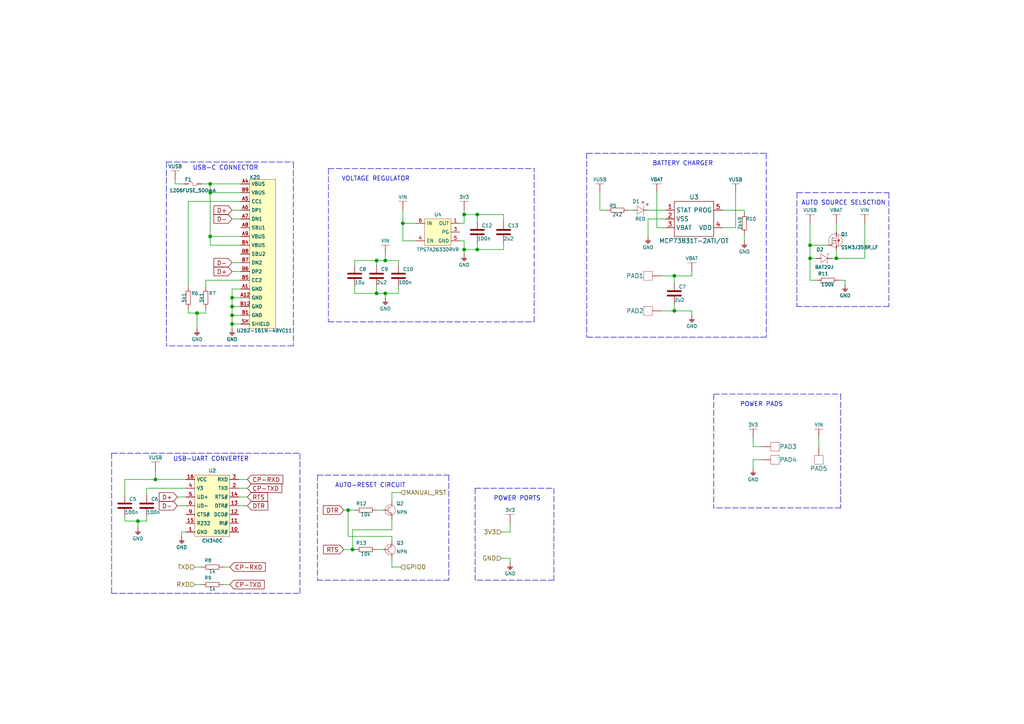
<source format=kicad_sch>
(kicad_sch (version 20211123) (generator eeschema)

  (uuid e13522cb-3ad0-42f3-8afb-cd0582ed9c7e)

  (paper "A4")

  (title_block
    (title "Soldered Inkplate 2")
    (rev "V1.2.3")
    (company "SOLDERED")
    (comment 1 "333166")
  )

  (lib_symbols
    (symbol "GND_1" (power) (pin_names (offset 0)) (in_bom yes) (on_board yes)
      (property "Reference" "#PWR" (id 0) (at 4.445 0 0)
        (effects (font (size 1 1)) hide)
      )
      (property "Value" "GND_1" (id 1) (at 0 -2.921 0)
        (effects (font (size 1 1)))
      )
      (property "Footprint" "" (id 2) (at 4.445 3.81 0)
        (effects (font (size 1 1)) hide)
      )
      (property "Datasheet" "" (id 3) (at 4.445 3.81 0)
        (effects (font (size 1 1)) hide)
      )
      (property "ki_keywords" "power-flag" (id 4) (at 0 0 0)
        (effects (font (size 1.27 1.27)) hide)
      )
      (property "ki_description" "Power symbol creates a global label with name \"GND\"" (id 5) (at 0 0 0)
        (effects (font (size 1.27 1.27)) hide)
      )
      (symbol "GND_1_0_1"
        (polyline
          (pts
            (xy -0.762 -1.27)
            (xy 0.762 -1.27)
          )
          (stroke (width 0.16) (type default) (color 0 0 0 0))
          (fill (type none))
        )
        (polyline
          (pts
            (xy -0.635 -1.524)
            (xy 0.635 -1.524)
          )
          (stroke (width 0.16) (type default) (color 0 0 0 0))
          (fill (type none))
        )
        (polyline
          (pts
            (xy -0.381 -1.778)
            (xy 0.381 -1.778)
          )
          (stroke (width 0.16) (type default) (color 0 0 0 0))
          (fill (type none))
        )
        (polyline
          (pts
            (xy -0.127 -2.032)
            (xy 0.127 -2.032)
          )
          (stroke (width 0.16) (type default) (color 0 0 0 0))
          (fill (type none))
        )
        (polyline
          (pts
            (xy 0 0)
            (xy 0 -1.27)
          )
          (stroke (width 0.16) (type default) (color 0 0 0 0))
          (fill (type none))
        )
      )
      (symbol "GND_1_1_1"
        (pin power_in line (at 0 0 270) (length 0) hide
          (name "GND" (effects (font (size 1.27 1.27))))
          (number "1" (effects (font (size 1.27 1.27))))
        )
      )
    )
    (symbol "GND_10" (power) (pin_names (offset 0)) (in_bom yes) (on_board yes)
      (property "Reference" "#PWR" (id 0) (at 4.445 0 0)
        (effects (font (size 1 1)) hide)
      )
      (property "Value" "GND_10" (id 1) (at 0 -2.921 0)
        (effects (font (size 1 1)))
      )
      (property "Footprint" "" (id 2) (at 4.445 3.81 0)
        (effects (font (size 1 1)) hide)
      )
      (property "Datasheet" "" (id 3) (at 4.445 3.81 0)
        (effects (font (size 1 1)) hide)
      )
      (property "ki_keywords" "power-flag" (id 4) (at 0 0 0)
        (effects (font (size 1.27 1.27)) hide)
      )
      (property "ki_description" "Power symbol creates a global label with name \"GND\"" (id 5) (at 0 0 0)
        (effects (font (size 1.27 1.27)) hide)
      )
      (symbol "GND_10_0_1"
        (polyline
          (pts
            (xy -0.762 -1.27)
            (xy 0.762 -1.27)
          )
          (stroke (width 0.16) (type default) (color 0 0 0 0))
          (fill (type none))
        )
        (polyline
          (pts
            (xy -0.635 -1.524)
            (xy 0.635 -1.524)
          )
          (stroke (width 0.16) (type default) (color 0 0 0 0))
          (fill (type none))
        )
        (polyline
          (pts
            (xy -0.381 -1.778)
            (xy 0.381 -1.778)
          )
          (stroke (width 0.16) (type default) (color 0 0 0 0))
          (fill (type none))
        )
        (polyline
          (pts
            (xy -0.127 -2.032)
            (xy 0.127 -2.032)
          )
          (stroke (width 0.16) (type default) (color 0 0 0 0))
          (fill (type none))
        )
        (polyline
          (pts
            (xy 0 0)
            (xy 0 -1.27)
          )
          (stroke (width 0.16) (type default) (color 0 0 0 0))
          (fill (type none))
        )
      )
      (symbol "GND_10_1_1"
        (pin power_in line (at 0 0 270) (length 0) hide
          (name "GND" (effects (font (size 1.27 1.27))))
          (number "1" (effects (font (size 1.27 1.27))))
        )
      )
    )
    (symbol "GND_11" (power) (pin_names (offset 0)) (in_bom yes) (on_board yes)
      (property "Reference" "#PWR" (id 0) (at 4.445 0 0)
        (effects (font (size 1 1)) hide)
      )
      (property "Value" "GND_11" (id 1) (at 0 -2.921 0)
        (effects (font (size 1 1)))
      )
      (property "Footprint" "" (id 2) (at 4.445 3.81 0)
        (effects (font (size 1 1)) hide)
      )
      (property "Datasheet" "" (id 3) (at 4.445 3.81 0)
        (effects (font (size 1 1)) hide)
      )
      (property "ki_keywords" "power-flag" (id 4) (at 0 0 0)
        (effects (font (size 1.27 1.27)) hide)
      )
      (property "ki_description" "Power symbol creates a global label with name \"GND\"" (id 5) (at 0 0 0)
        (effects (font (size 1.27 1.27)) hide)
      )
      (symbol "GND_11_0_1"
        (polyline
          (pts
            (xy -0.762 -1.27)
            (xy 0.762 -1.27)
          )
          (stroke (width 0.16) (type default) (color 0 0 0 0))
          (fill (type none))
        )
        (polyline
          (pts
            (xy -0.635 -1.524)
            (xy 0.635 -1.524)
          )
          (stroke (width 0.16) (type default) (color 0 0 0 0))
          (fill (type none))
        )
        (polyline
          (pts
            (xy -0.381 -1.778)
            (xy 0.381 -1.778)
          )
          (stroke (width 0.16) (type default) (color 0 0 0 0))
          (fill (type none))
        )
        (polyline
          (pts
            (xy -0.127 -2.032)
            (xy 0.127 -2.032)
          )
          (stroke (width 0.16) (type default) (color 0 0 0 0))
          (fill (type none))
        )
        (polyline
          (pts
            (xy 0 0)
            (xy 0 -1.27)
          )
          (stroke (width 0.16) (type default) (color 0 0 0 0))
          (fill (type none))
        )
      )
      (symbol "GND_11_1_1"
        (pin power_in line (at 0 0 270) (length 0) hide
          (name "GND" (effects (font (size 1.27 1.27))))
          (number "1" (effects (font (size 1.27 1.27))))
        )
      )
    )
    (symbol "GND_2" (power) (pin_names (offset 0)) (in_bom yes) (on_board yes)
      (property "Reference" "#PWR" (id 0) (at 4.445 0 0)
        (effects (font (size 1 1)) hide)
      )
      (property "Value" "GND_2" (id 1) (at 0 -2.921 0)
        (effects (font (size 1 1)))
      )
      (property "Footprint" "" (id 2) (at 4.445 3.81 0)
        (effects (font (size 1 1)) hide)
      )
      (property "Datasheet" "" (id 3) (at 4.445 3.81 0)
        (effects (font (size 1 1)) hide)
      )
      (property "ki_keywords" "power-flag" (id 4) (at 0 0 0)
        (effects (font (size 1.27 1.27)) hide)
      )
      (property "ki_description" "Power symbol creates a global label with name \"GND\"" (id 5) (at 0 0 0)
        (effects (font (size 1.27 1.27)) hide)
      )
      (symbol "GND_2_0_1"
        (polyline
          (pts
            (xy -0.762 -1.27)
            (xy 0.762 -1.27)
          )
          (stroke (width 0.16) (type default) (color 0 0 0 0))
          (fill (type none))
        )
        (polyline
          (pts
            (xy -0.635 -1.524)
            (xy 0.635 -1.524)
          )
          (stroke (width 0.16) (type default) (color 0 0 0 0))
          (fill (type none))
        )
        (polyline
          (pts
            (xy -0.381 -1.778)
            (xy 0.381 -1.778)
          )
          (stroke (width 0.16) (type default) (color 0 0 0 0))
          (fill (type none))
        )
        (polyline
          (pts
            (xy -0.127 -2.032)
            (xy 0.127 -2.032)
          )
          (stroke (width 0.16) (type default) (color 0 0 0 0))
          (fill (type none))
        )
        (polyline
          (pts
            (xy 0 0)
            (xy 0 -1.27)
          )
          (stroke (width 0.16) (type default) (color 0 0 0 0))
          (fill (type none))
        )
      )
      (symbol "GND_2_1_1"
        (pin power_in line (at 0 0 270) (length 0) hide
          (name "GND" (effects (font (size 1.27 1.27))))
          (number "1" (effects (font (size 1.27 1.27))))
        )
      )
    )
    (symbol "GND_3" (power) (pin_names (offset 0)) (in_bom yes) (on_board yes)
      (property "Reference" "#PWR" (id 0) (at 4.445 0 0)
        (effects (font (size 1 1)) hide)
      )
      (property "Value" "GND_3" (id 1) (at 0 -2.921 0)
        (effects (font (size 1 1)))
      )
      (property "Footprint" "" (id 2) (at 4.445 3.81 0)
        (effects (font (size 1 1)) hide)
      )
      (property "Datasheet" "" (id 3) (at 4.445 3.81 0)
        (effects (font (size 1 1)) hide)
      )
      (property "ki_keywords" "power-flag" (id 4) (at 0 0 0)
        (effects (font (size 1.27 1.27)) hide)
      )
      (property "ki_description" "Power symbol creates a global label with name \"GND\"" (id 5) (at 0 0 0)
        (effects (font (size 1.27 1.27)) hide)
      )
      (symbol "GND_3_0_1"
        (polyline
          (pts
            (xy -0.762 -1.27)
            (xy 0.762 -1.27)
          )
          (stroke (width 0.16) (type default) (color 0 0 0 0))
          (fill (type none))
        )
        (polyline
          (pts
            (xy -0.635 -1.524)
            (xy 0.635 -1.524)
          )
          (stroke (width 0.16) (type default) (color 0 0 0 0))
          (fill (type none))
        )
        (polyline
          (pts
            (xy -0.381 -1.778)
            (xy 0.381 -1.778)
          )
          (stroke (width 0.16) (type default) (color 0 0 0 0))
          (fill (type none))
        )
        (polyline
          (pts
            (xy -0.127 -2.032)
            (xy 0.127 -2.032)
          )
          (stroke (width 0.16) (type default) (color 0 0 0 0))
          (fill (type none))
        )
        (polyline
          (pts
            (xy 0 0)
            (xy 0 -1.27)
          )
          (stroke (width 0.16) (type default) (color 0 0 0 0))
          (fill (type none))
        )
      )
      (symbol "GND_3_1_1"
        (pin power_in line (at 0 0 270) (length 0) hide
          (name "GND" (effects (font (size 1.27 1.27))))
          (number "1" (effects (font (size 1.27 1.27))))
        )
      )
    )
    (symbol "GND_4" (power) (pin_names (offset 0)) (in_bom yes) (on_board yes)
      (property "Reference" "#PWR" (id 0) (at 4.445 0 0)
        (effects (font (size 1 1)) hide)
      )
      (property "Value" "GND_4" (id 1) (at 0 -2.921 0)
        (effects (font (size 1 1)))
      )
      (property "Footprint" "" (id 2) (at 4.445 3.81 0)
        (effects (font (size 1 1)) hide)
      )
      (property "Datasheet" "" (id 3) (at 4.445 3.81 0)
        (effects (font (size 1 1)) hide)
      )
      (property "ki_keywords" "power-flag" (id 4) (at 0 0 0)
        (effects (font (size 1.27 1.27)) hide)
      )
      (property "ki_description" "Power symbol creates a global label with name \"GND\"" (id 5) (at 0 0 0)
        (effects (font (size 1.27 1.27)) hide)
      )
      (symbol "GND_4_0_1"
        (polyline
          (pts
            (xy -0.762 -1.27)
            (xy 0.762 -1.27)
          )
          (stroke (width 0.16) (type default) (color 0 0 0 0))
          (fill (type none))
        )
        (polyline
          (pts
            (xy -0.635 -1.524)
            (xy 0.635 -1.524)
          )
          (stroke (width 0.16) (type default) (color 0 0 0 0))
          (fill (type none))
        )
        (polyline
          (pts
            (xy -0.381 -1.778)
            (xy 0.381 -1.778)
          )
          (stroke (width 0.16) (type default) (color 0 0 0 0))
          (fill (type none))
        )
        (polyline
          (pts
            (xy -0.127 -2.032)
            (xy 0.127 -2.032)
          )
          (stroke (width 0.16) (type default) (color 0 0 0 0))
          (fill (type none))
        )
        (polyline
          (pts
            (xy 0 0)
            (xy 0 -1.27)
          )
          (stroke (width 0.16) (type default) (color 0 0 0 0))
          (fill (type none))
        )
      )
      (symbol "GND_4_1_1"
        (pin power_in line (at 0 0 270) (length 0) hide
          (name "GND" (effects (font (size 1.27 1.27))))
          (number "1" (effects (font (size 1.27 1.27))))
        )
      )
    )
    (symbol "GND_5" (power) (pin_names (offset 0)) (in_bom yes) (on_board yes)
      (property "Reference" "#PWR" (id 0) (at 4.445 0 0)
        (effects (font (size 1 1)) hide)
      )
      (property "Value" "GND_5" (id 1) (at 0 -2.921 0)
        (effects (font (size 1 1)))
      )
      (property "Footprint" "" (id 2) (at 4.445 3.81 0)
        (effects (font (size 1 1)) hide)
      )
      (property "Datasheet" "" (id 3) (at 4.445 3.81 0)
        (effects (font (size 1 1)) hide)
      )
      (property "ki_keywords" "power-flag" (id 4) (at 0 0 0)
        (effects (font (size 1.27 1.27)) hide)
      )
      (property "ki_description" "Power symbol creates a global label with name \"GND\"" (id 5) (at 0 0 0)
        (effects (font (size 1.27 1.27)) hide)
      )
      (symbol "GND_5_0_1"
        (polyline
          (pts
            (xy -0.762 -1.27)
            (xy 0.762 -1.27)
          )
          (stroke (width 0.16) (type default) (color 0 0 0 0))
          (fill (type none))
        )
        (polyline
          (pts
            (xy -0.635 -1.524)
            (xy 0.635 -1.524)
          )
          (stroke (width 0.16) (type default) (color 0 0 0 0))
          (fill (type none))
        )
        (polyline
          (pts
            (xy -0.381 -1.778)
            (xy 0.381 -1.778)
          )
          (stroke (width 0.16) (type default) (color 0 0 0 0))
          (fill (type none))
        )
        (polyline
          (pts
            (xy -0.127 -2.032)
            (xy 0.127 -2.032)
          )
          (stroke (width 0.16) (type default) (color 0 0 0 0))
          (fill (type none))
        )
        (polyline
          (pts
            (xy 0 0)
            (xy 0 -1.27)
          )
          (stroke (width 0.16) (type default) (color 0 0 0 0))
          (fill (type none))
        )
      )
      (symbol "GND_5_1_1"
        (pin power_in line (at 0 0 270) (length 0) hide
          (name "GND" (effects (font (size 1.27 1.27))))
          (number "1" (effects (font (size 1.27 1.27))))
        )
      )
    )
    (symbol "GND_6" (power) (pin_names (offset 0)) (in_bom yes) (on_board yes)
      (property "Reference" "#PWR" (id 0) (at 4.445 0 0)
        (effects (font (size 1 1)) hide)
      )
      (property "Value" "GND_6" (id 1) (at 0 -2.921 0)
        (effects (font (size 1 1)))
      )
      (property "Footprint" "" (id 2) (at 4.445 3.81 0)
        (effects (font (size 1 1)) hide)
      )
      (property "Datasheet" "" (id 3) (at 4.445 3.81 0)
        (effects (font (size 1 1)) hide)
      )
      (property "ki_keywords" "power-flag" (id 4) (at 0 0 0)
        (effects (font (size 1.27 1.27)) hide)
      )
      (property "ki_description" "Power symbol creates a global label with name \"GND\"" (id 5) (at 0 0 0)
        (effects (font (size 1.27 1.27)) hide)
      )
      (symbol "GND_6_0_1"
        (polyline
          (pts
            (xy -0.762 -1.27)
            (xy 0.762 -1.27)
          )
          (stroke (width 0.16) (type default) (color 0 0 0 0))
          (fill (type none))
        )
        (polyline
          (pts
            (xy -0.635 -1.524)
            (xy 0.635 -1.524)
          )
          (stroke (width 0.16) (type default) (color 0 0 0 0))
          (fill (type none))
        )
        (polyline
          (pts
            (xy -0.381 -1.778)
            (xy 0.381 -1.778)
          )
          (stroke (width 0.16) (type default) (color 0 0 0 0))
          (fill (type none))
        )
        (polyline
          (pts
            (xy -0.127 -2.032)
            (xy 0.127 -2.032)
          )
          (stroke (width 0.16) (type default) (color 0 0 0 0))
          (fill (type none))
        )
        (polyline
          (pts
            (xy 0 0)
            (xy 0 -1.27)
          )
          (stroke (width 0.16) (type default) (color 0 0 0 0))
          (fill (type none))
        )
      )
      (symbol "GND_6_1_1"
        (pin power_in line (at 0 0 270) (length 0) hide
          (name "GND" (effects (font (size 1.27 1.27))))
          (number "1" (effects (font (size 1.27 1.27))))
        )
      )
    )
    (symbol "GND_7" (power) (pin_names (offset 0)) (in_bom yes) (on_board yes)
      (property "Reference" "#PWR" (id 0) (at 4.445 0 0)
        (effects (font (size 1 1)) hide)
      )
      (property "Value" "GND_7" (id 1) (at 0 -2.921 0)
        (effects (font (size 1 1)))
      )
      (property "Footprint" "" (id 2) (at 4.445 3.81 0)
        (effects (font (size 1 1)) hide)
      )
      (property "Datasheet" "" (id 3) (at 4.445 3.81 0)
        (effects (font (size 1 1)) hide)
      )
      (property "ki_keywords" "power-flag" (id 4) (at 0 0 0)
        (effects (font (size 1.27 1.27)) hide)
      )
      (property "ki_description" "Power symbol creates a global label with name \"GND\"" (id 5) (at 0 0 0)
        (effects (font (size 1.27 1.27)) hide)
      )
      (symbol "GND_7_0_1"
        (polyline
          (pts
            (xy -0.762 -1.27)
            (xy 0.762 -1.27)
          )
          (stroke (width 0.16) (type default) (color 0 0 0 0))
          (fill (type none))
        )
        (polyline
          (pts
            (xy -0.635 -1.524)
            (xy 0.635 -1.524)
          )
          (stroke (width 0.16) (type default) (color 0 0 0 0))
          (fill (type none))
        )
        (polyline
          (pts
            (xy -0.381 -1.778)
            (xy 0.381 -1.778)
          )
          (stroke (width 0.16) (type default) (color 0 0 0 0))
          (fill (type none))
        )
        (polyline
          (pts
            (xy -0.127 -2.032)
            (xy 0.127 -2.032)
          )
          (stroke (width 0.16) (type default) (color 0 0 0 0))
          (fill (type none))
        )
        (polyline
          (pts
            (xy 0 0)
            (xy 0 -1.27)
          )
          (stroke (width 0.16) (type default) (color 0 0 0 0))
          (fill (type none))
        )
      )
      (symbol "GND_7_1_1"
        (pin power_in line (at 0 0 270) (length 0) hide
          (name "GND" (effects (font (size 1.27 1.27))))
          (number "1" (effects (font (size 1.27 1.27))))
        )
      )
    )
    (symbol "GND_8" (power) (pin_names (offset 0)) (in_bom yes) (on_board yes)
      (property "Reference" "#PWR" (id 0) (at 4.445 0 0)
        (effects (font (size 1 1)) hide)
      )
      (property "Value" "GND_8" (id 1) (at 0 -2.921 0)
        (effects (font (size 1 1)))
      )
      (property "Footprint" "" (id 2) (at 4.445 3.81 0)
        (effects (font (size 1 1)) hide)
      )
      (property "Datasheet" "" (id 3) (at 4.445 3.81 0)
        (effects (font (size 1 1)) hide)
      )
      (property "ki_keywords" "power-flag" (id 4) (at 0 0 0)
        (effects (font (size 1.27 1.27)) hide)
      )
      (property "ki_description" "Power symbol creates a global label with name \"GND\"" (id 5) (at 0 0 0)
        (effects (font (size 1.27 1.27)) hide)
      )
      (symbol "GND_8_0_1"
        (polyline
          (pts
            (xy -0.762 -1.27)
            (xy 0.762 -1.27)
          )
          (stroke (width 0.16) (type default) (color 0 0 0 0))
          (fill (type none))
        )
        (polyline
          (pts
            (xy -0.635 -1.524)
            (xy 0.635 -1.524)
          )
          (stroke (width 0.16) (type default) (color 0 0 0 0))
          (fill (type none))
        )
        (polyline
          (pts
            (xy -0.381 -1.778)
            (xy 0.381 -1.778)
          )
          (stroke (width 0.16) (type default) (color 0 0 0 0))
          (fill (type none))
        )
        (polyline
          (pts
            (xy -0.127 -2.032)
            (xy 0.127 -2.032)
          )
          (stroke (width 0.16) (type default) (color 0 0 0 0))
          (fill (type none))
        )
        (polyline
          (pts
            (xy 0 0)
            (xy 0 -1.27)
          )
          (stroke (width 0.16) (type default) (color 0 0 0 0))
          (fill (type none))
        )
      )
      (symbol "GND_8_1_1"
        (pin power_in line (at 0 0 270) (length 0) hide
          (name "GND" (effects (font (size 1.27 1.27))))
          (number "1" (effects (font (size 1.27 1.27))))
        )
      )
    )
    (symbol "GND_9" (power) (pin_names (offset 0)) (in_bom yes) (on_board yes)
      (property "Reference" "#PWR" (id 0) (at 4.445 0 0)
        (effects (font (size 1 1)) hide)
      )
      (property "Value" "GND_9" (id 1) (at 0 -2.921 0)
        (effects (font (size 1 1)))
      )
      (property "Footprint" "" (id 2) (at 4.445 3.81 0)
        (effects (font (size 1 1)) hide)
      )
      (property "Datasheet" "" (id 3) (at 4.445 3.81 0)
        (effects (font (size 1 1)) hide)
      )
      (property "ki_keywords" "power-flag" (id 4) (at 0 0 0)
        (effects (font (size 1.27 1.27)) hide)
      )
      (property "ki_description" "Power symbol creates a global label with name \"GND\"" (id 5) (at 0 0 0)
        (effects (font (size 1.27 1.27)) hide)
      )
      (symbol "GND_9_0_1"
        (polyline
          (pts
            (xy -0.762 -1.27)
            (xy 0.762 -1.27)
          )
          (stroke (width 0.16) (type default) (color 0 0 0 0))
          (fill (type none))
        )
        (polyline
          (pts
            (xy -0.635 -1.524)
            (xy 0.635 -1.524)
          )
          (stroke (width 0.16) (type default) (color 0 0 0 0))
          (fill (type none))
        )
        (polyline
          (pts
            (xy -0.381 -1.778)
            (xy 0.381 -1.778)
          )
          (stroke (width 0.16) (type default) (color 0 0 0 0))
          (fill (type none))
        )
        (polyline
          (pts
            (xy -0.127 -2.032)
            (xy 0.127 -2.032)
          )
          (stroke (width 0.16) (type default) (color 0 0 0 0))
          (fill (type none))
        )
        (polyline
          (pts
            (xy 0 0)
            (xy 0 -1.27)
          )
          (stroke (width 0.16) (type default) (color 0 0 0 0))
          (fill (type none))
        )
      )
      (symbol "GND_9_1_1"
        (pin power_in line (at 0 0 270) (length 0) hide
          (name "GND" (effects (font (size 1.27 1.27))))
          (number "1" (effects (font (size 1.27 1.27))))
        )
      )
    )
    (symbol "e-radionica.com schematics:0402LED" (pin_numbers hide) (pin_names (offset 0.254) hide) (in_bom yes) (on_board yes)
      (property "Reference" "D" (id 0) (at -0.635 2.54 0)
        (effects (font (size 1 1)))
      )
      (property "Value" "0402LED" (id 1) (at 0 -2.54 0)
        (effects (font (size 1 1)))
      )
      (property "Footprint" "e-radionica.com footprinti:0402LED" (id 2) (at 0 5.08 0)
        (effects (font (size 1 1)) hide)
      )
      (property "Datasheet" "" (id 3) (at 0 0 0)
        (effects (font (size 1 1)) hide)
      )
      (property "Package" "0402" (id 4) (at 0 0 0)
        (effects (font (size 1.27 1.27)) hide)
      )
      (symbol "0402LED_0_1"
        (polyline
          (pts
            (xy -0.635 1.27)
            (xy 1.27 0)
          )
          (stroke (width 0.0006) (type default) (color 0 0 0 0))
          (fill (type none))
        )
        (polyline
          (pts
            (xy 0.635 1.905)
            (xy 1.27 2.54)
          )
          (stroke (width 0.0006) (type default) (color 0 0 0 0))
          (fill (type none))
        )
        (polyline
          (pts
            (xy 1.27 1.27)
            (xy 1.27 -1.27)
          )
          (stroke (width 0.0006) (type default) (color 0 0 0 0))
          (fill (type none))
        )
        (polyline
          (pts
            (xy 1.905 1.27)
            (xy 2.54 1.905)
          )
          (stroke (width 0.0006) (type default) (color 0 0 0 0))
          (fill (type none))
        )
        (polyline
          (pts
            (xy -0.635 1.27)
            (xy -0.635 -1.27)
            (xy 1.27 0)
          )
          (stroke (width 0.0006) (type default) (color 0 0 0 0))
          (fill (type none))
        )
        (polyline
          (pts
            (xy 1.27 2.54)
            (xy 0.635 2.54)
            (xy 1.27 1.905)
            (xy 1.27 2.54)
          )
          (stroke (width 0.0006) (type default) (color 0 0 0 0))
          (fill (type none))
        )
        (polyline
          (pts
            (xy 2.54 1.905)
            (xy 1.905 1.905)
            (xy 2.54 1.27)
            (xy 2.54 1.905)
          )
          (stroke (width 0.0006) (type default) (color 0 0 0 0))
          (fill (type none))
        )
      )
      (symbol "0402LED_1_1"
        (pin passive line (at -1.905 0 0) (length 1.27)
          (name "A" (effects (font (size 1.27 1.27))))
          (number "1" (effects (font (size 1.27 1.27))))
        )
        (pin passive line (at 2.54 0 180) (length 1.27)
          (name "K" (effects (font (size 1.27 1.27))))
          (number "2" (effects (font (size 1.27 1.27))))
        )
      )
    )
    (symbol "e-radionica.com schematics:0402R" (pin_numbers hide) (pin_names (offset 0.254)) (in_bom yes) (on_board yes)
      (property "Reference" "R" (id 0) (at -1.905 1.27 0)
        (effects (font (size 1 1)))
      )
      (property "Value" "0402R" (id 1) (at 0 -1.27 0)
        (effects (font (size 1 1)))
      )
      (property "Footprint" "e-radionica.com footprinti:0402R" (id 2) (at -2.54 1.905 0)
        (effects (font (size 1 1)) hide)
      )
      (property "Datasheet" "" (id 3) (at -2.54 1.905 0)
        (effects (font (size 1 1)) hide)
      )
      (symbol "0402R_0_1"
        (rectangle (start -1.905 -0.635) (end 1.905 -0.6604)
          (stroke (width 0.1) (type default) (color 0 0 0 0))
          (fill (type none))
        )
        (rectangle (start -1.905 0.635) (end -1.8796 -0.635)
          (stroke (width 0.1) (type default) (color 0 0 0 0))
          (fill (type none))
        )
        (rectangle (start -1.905 0.635) (end 1.905 0.6096)
          (stroke (width 0.1) (type default) (color 0 0 0 0))
          (fill (type none))
        )
        (rectangle (start 1.905 0.635) (end 1.9304 -0.635)
          (stroke (width 0.1) (type default) (color 0 0 0 0))
          (fill (type none))
        )
      )
      (symbol "0402R_1_1"
        (pin passive line (at -3.175 0 0) (length 1.27)
          (name "~" (effects (font (size 1.27 1.27))))
          (number "1" (effects (font (size 1.27 1.27))))
        )
        (pin passive line (at 3.175 0 180) (length 1.27)
          (name "~" (effects (font (size 1.27 1.27))))
          (number "2" (effects (font (size 1.27 1.27))))
        )
      )
    )
    (symbol "e-radionica.com schematics:0603C" (pin_numbers hide) (pin_names (offset 0.002)) (in_bom yes) (on_board yes)
      (property "Reference" "C" (id 0) (at -0.635 3.175 0)
        (effects (font (size 1 1)))
      )
      (property "Value" "0603C" (id 1) (at 0 -3.175 0)
        (effects (font (size 1 1)))
      )
      (property "Footprint" "e-radionica.com footprinti:0603C" (id 2) (at 0 0 0)
        (effects (font (size 1 1)) hide)
      )
      (property "Datasheet" "" (id 3) (at 0 0 0)
        (effects (font (size 1 1)) hide)
      )
      (symbol "0603C_0_1"
        (polyline
          (pts
            (xy -0.635 1.905)
            (xy -0.635 -1.905)
          )
          (stroke (width 0.5) (type default) (color 0 0 0 0))
          (fill (type none))
        )
        (polyline
          (pts
            (xy 0.635 1.905)
            (xy 0.635 -1.905)
          )
          (stroke (width 0.5) (type default) (color 0 0 0 0))
          (fill (type none))
        )
      )
      (symbol "0603C_1_1"
        (pin passive line (at -3.175 0 0) (length 2.54)
          (name "~" (effects (font (size 1.27 1.27))))
          (number "1" (effects (font (size 1.27 1.27))))
        )
        (pin passive line (at 3.175 0 180) (length 2.54)
          (name "~" (effects (font (size 1.27 1.27))))
          (number "2" (effects (font (size 1.27 1.27))))
        )
      )
    )
    (symbol "e-radionica.com schematics:0603R" (pin_numbers hide) (pin_names (offset 0.254)) (in_bom yes) (on_board yes)
      (property "Reference" "R" (id 0) (at -1.905 1.905 0)
        (effects (font (size 1 1)))
      )
      (property "Value" "0603R" (id 1) (at 0 -1.905 0)
        (effects (font (size 1 1)))
      )
      (property "Footprint" "e-radionica.com footprinti:0603R" (id 2) (at -0.635 1.905 0)
        (effects (font (size 1 1)) hide)
      )
      (property "Datasheet" "" (id 3) (at -0.635 1.905 0)
        (effects (font (size 1 1)) hide)
      )
      (symbol "0603R_0_1"
        (rectangle (start -1.905 -0.635) (end 1.905 -0.6604)
          (stroke (width 0.1) (type default) (color 0 0 0 0))
          (fill (type none))
        )
        (rectangle (start -1.905 0.635) (end -1.8796 -0.635)
          (stroke (width 0.1) (type default) (color 0 0 0 0))
          (fill (type none))
        )
        (rectangle (start -1.905 0.635) (end 1.905 0.6096)
          (stroke (width 0.1) (type default) (color 0 0 0 0))
          (fill (type none))
        )
        (rectangle (start 1.905 0.635) (end 1.9304 -0.635)
          (stroke (width 0.1) (type default) (color 0 0 0 0))
          (fill (type none))
        )
      )
      (symbol "0603R_1_1"
        (pin passive line (at -3.175 0 0) (length 1.27)
          (name "~" (effects (font (size 1.27 1.27))))
          (number "1" (effects (font (size 1.27 1.27))))
        )
        (pin passive line (at 3.175 0 180) (length 1.27)
          (name "~" (effects (font (size 1.27 1.27))))
          (number "2" (effects (font (size 1.27 1.27))))
        )
      )
    )
    (symbol "e-radionica.com schematics:1206C" (pin_numbers hide) (in_bom yes) (on_board yes)
      (property "Reference" "C" (id 0) (at -0.635 3.175 0)
        (effects (font (size 1 1)))
      )
      (property "Value" "1206C" (id 1) (at 0 -3.175 0)
        (effects (font (size 1 1)))
      )
      (property "Footprint" "e-radionica.com footprinti:1206C" (id 2) (at 0 0 0)
        (effects (font (size 1 1)) hide)
      )
      (property "Datasheet" "" (id 3) (at 0 0 0)
        (effects (font (size 1 1)) hide)
      )
      (symbol "1206C_0_1"
        (polyline
          (pts
            (xy -0.635 1.905)
            (xy -0.635 -1.905)
          )
          (stroke (width 0.5) (type default) (color 0 0 0 0))
          (fill (type none))
        )
        (polyline
          (pts
            (xy 0.635 1.905)
            (xy 0.635 -1.905)
          )
          (stroke (width 0.5) (type default) (color 0 0 0 0))
          (fill (type none))
        )
      )
      (symbol "1206C_1_1"
        (pin passive line (at -3.175 0 0) (length 2.54)
          (name "~" (effects (font (size 1.27 1.27))))
          (number "1" (effects (font (size 1.27 1.27))))
        )
        (pin passive line (at 3.175 0 180) (length 2.54)
          (name "~" (effects (font (size 1.27 1.27))))
          (number "2" (effects (font (size 1.27 1.27))))
        )
      )
    )
    (symbol "e-radionica.com schematics:1206FUSE" (pin_numbers hide) (pin_names hide) (in_bom yes) (on_board yes)
      (property "Reference" "F" (id 0) (at -1.27 1.905 0)
        (effects (font (size 1 1)))
      )
      (property "Value" "1206FUSE" (id 1) (at 0 -1.905 0)
        (effects (font (size 1 1)))
      )
      (property "Footprint" "e-radionica.com footprinti:1206FUSE" (id 2) (at 0 0 0)
        (effects (font (size 1 1)) hide)
      )
      (property "Datasheet" "" (id 3) (at 0 0 0)
        (effects (font (size 1 1)) hide)
      )
      (symbol "1206FUSE_0_1"
        (arc (start 0 0) (mid -0.635 0.5971) (end -1.27 0)
          (stroke (width 0.0006) (type default) (color 0 0 0 0))
          (fill (type none))
        )
        (arc (start 0 0) (mid 0.635 -0.6238) (end 1.27 0)
          (stroke (width 0.0006) (type default) (color 0 0 0 0))
          (fill (type none))
        )
      )
      (symbol "1206FUSE_1_1"
        (pin passive line (at -2.54 0 0) (length 1.27)
          (name "~" (effects (font (size 1 1))))
          (number "1" (effects (font (size 1 1))))
        )
        (pin passive line (at 2.54 0 180) (length 1.27)
          (name "~" (effects (font (size 1 1))))
          (number "2" (effects (font (size 1 1))))
        )
      )
    )
    (symbol "e-radionica.com schematics:3V3" (power) (pin_names (offset 0)) (in_bom yes) (on_board yes)
      (property "Reference" "#PWR" (id 0) (at 4.445 0 0)
        (effects (font (size 1 1)) hide)
      )
      (property "Value" "3V3" (id 1) (at 0 3.556 0)
        (effects (font (size 1 1)))
      )
      (property "Footprint" "" (id 2) (at 4.445 3.81 0)
        (effects (font (size 1 1)) hide)
      )
      (property "Datasheet" "" (id 3) (at 4.445 3.81 0)
        (effects (font (size 1 1)) hide)
      )
      (property "ki_keywords" "power-flag" (id 4) (at 0 0 0)
        (effects (font (size 1.27 1.27)) hide)
      )
      (property "ki_description" "Power symbol creates a global label with name \"3V3\"" (id 5) (at 0 0 0)
        (effects (font (size 1.27 1.27)) hide)
      )
      (symbol "3V3_0_1"
        (polyline
          (pts
            (xy -1.27 2.54)
            (xy 1.27 2.54)
          )
          (stroke (width 0.0006) (type default) (color 0 0 0 0))
          (fill (type none))
        )
        (polyline
          (pts
            (xy 0 0)
            (xy 0 2.54)
          )
          (stroke (width 0) (type default) (color 0 0 0 0))
          (fill (type none))
        )
      )
      (symbol "3V3_1_1"
        (pin power_in line (at 0 0 90) (length 0) hide
          (name "3V3" (effects (font (size 1.27 1.27))))
          (number "1" (effects (font (size 1.27 1.27))))
        )
      )
    )
    (symbol "e-radionica.com schematics:BAT20J" (pin_numbers hide) (pin_names hide) (in_bom yes) (on_board yes)
      (property "Reference" "D" (id 0) (at 0 2.54 0)
        (effects (font (size 1 1)))
      )
      (property "Value" "BAT20J" (id 1) (at 0 -2.54 0)
        (effects (font (size 1 1)))
      )
      (property "Footprint" "e-radionica.com footprinti:SOD-323" (id 2) (at 0.635 3.81 0)
        (effects (font (size 1 1)) hide)
      )
      (property "Datasheet" "" (id 3) (at 0 0 0)
        (effects (font (size 1 1)) hide)
      )
      (symbol "BAT20J_0_1"
        (polyline
          (pts
            (xy -0.635 1.27)
            (xy 1.27 0)
          )
          (stroke (width 0.0006) (type default) (color 0 0 0 0))
          (fill (type none))
        )
        (polyline
          (pts
            (xy 1.27 -1.27)
            (xy 0.635 -1.27)
          )
          (stroke (width 0.0006) (type default) (color 0 0 0 0))
          (fill (type none))
        )
        (polyline
          (pts
            (xy 1.27 1.27)
            (xy 1.27 -1.27)
          )
          (stroke (width 0.0006) (type default) (color 0 0 0 0))
          (fill (type none))
        )
        (polyline
          (pts
            (xy 1.27 1.27)
            (xy 1.905 1.27)
          )
          (stroke (width 0.0006) (type default) (color 0 0 0 0))
          (fill (type none))
        )
        (polyline
          (pts
            (xy -0.635 1.27)
            (xy -0.635 -1.27)
            (xy 1.27 0)
          )
          (stroke (width 0.0006) (type default) (color 0 0 0 0))
          (fill (type none))
        )
      )
      (symbol "BAT20J_1_1"
        (pin passive line (at -1.905 0 0) (length 1.27)
          (name "A" (effects (font (size 1.27 1.27))))
          (number "1" (effects (font (size 1.27 1.27))))
        )
        (pin passive line (at 2.54 0 180) (length 1.27)
          (name "K" (effects (font (size 1.27 1.27))))
          (number "2" (effects (font (size 1.27 1.27))))
        )
      )
    )
    (symbol "e-radionica.com schematics:CH340C" (in_bom yes) (on_board yes)
      (property "Reference" "U" (id 0) (at -3.81 10.16 0)
        (effects (font (size 1 1)))
      )
      (property "Value" "CH340C" (id 1) (at 0 -10.16 0)
        (effects (font (size 1 1)))
      )
      (property "Footprint" "e-radionica.com footprinti:SOP-16" (id 2) (at 0 0 0)
        (effects (font (size 1 1)) hide)
      )
      (property "Datasheet" "" (id 3) (at 0 0 0)
        (effects (font (size 1 1)) hide)
      )
      (symbol "CH340C_0_1"
        (rectangle (start -5.08 8.89) (end 5.08 -8.89)
          (stroke (width 0.001) (type default) (color 0 0 0 0))
          (fill (type background))
        )
      )
      (symbol "CH340C_1_1"
        (pin passive line (at -7.62 -7.62 0) (length 2.54)
          (name "GND" (effects (font (size 1 1))))
          (number "1" (effects (font (size 1 1))))
        )
        (pin passive line (at 7.62 -7.62 180) (length 2.54)
          (name "DSR#" (effects (font (size 1 1))))
          (number "10" (effects (font (size 1 1))))
        )
        (pin passive line (at 7.62 -5.08 180) (length 2.54)
          (name "RI#" (effects (font (size 1 1))))
          (number "11" (effects (font (size 1 1))))
        )
        (pin passive line (at 7.62 -2.54 180) (length 2.54)
          (name "DCD#" (effects (font (size 1 1))))
          (number "12" (effects (font (size 1 1))))
        )
        (pin passive line (at 7.62 0 180) (length 2.54)
          (name "DTR#" (effects (font (size 1 1))))
          (number "13" (effects (font (size 1 1))))
        )
        (pin passive line (at 7.62 2.54 180) (length 2.54)
          (name "RTS#" (effects (font (size 1 1))))
          (number "14" (effects (font (size 1 1))))
        )
        (pin passive line (at -7.62 -5.08 0) (length 2.54)
          (name "R232" (effects (font (size 1 1))))
          (number "15" (effects (font (size 1 1))))
        )
        (pin passive line (at -7.62 7.62 0) (length 2.54)
          (name "VCC" (effects (font (size 1 1))))
          (number "16" (effects (font (size 1 1))))
        )
        (pin passive line (at 7.62 5.08 180) (length 2.54)
          (name "TXD" (effects (font (size 1 1))))
          (number "2" (effects (font (size 1 1))))
        )
        (pin passive line (at 7.62 7.62 180) (length 2.54)
          (name "RXD" (effects (font (size 1 1))))
          (number "3" (effects (font (size 1 1))))
        )
        (pin passive line (at -7.62 5.08 0) (length 2.54)
          (name "V3" (effects (font (size 1 1))))
          (number "4" (effects (font (size 1 1))))
        )
        (pin passive line (at -7.62 2.54 0) (length 2.54)
          (name "UD+" (effects (font (size 1 1))))
          (number "5" (effects (font (size 1 1))))
        )
        (pin passive line (at -7.62 0 0) (length 2.54)
          (name "UD-" (effects (font (size 1 1))))
          (number "6" (effects (font (size 1 1))))
        )
        (pin passive line (at -7.62 -2.54 0) (length 2.54)
          (name "CTS#" (effects (font (size 1 1))))
          (number "9" (effects (font (size 1 1))))
        )
      )
    )
    (symbol "e-radionica.com schematics:GND" (power) (pin_names (offset 0)) (in_bom yes) (on_board yes)
      (property "Reference" "#PWR" (id 0) (at 4.445 0 0)
        (effects (font (size 1 1)) hide)
      )
      (property "Value" "GND" (id 1) (at 0 -2.921 0)
        (effects (font (size 1 1)))
      )
      (property "Footprint" "" (id 2) (at 4.445 3.81 0)
        (effects (font (size 1 1)) hide)
      )
      (property "Datasheet" "" (id 3) (at 4.445 3.81 0)
        (effects (font (size 1 1)) hide)
      )
      (property "ki_keywords" "power-flag" (id 4) (at 0 0 0)
        (effects (font (size 1.27 1.27)) hide)
      )
      (property "ki_description" "Power symbol creates a global label with name \"GND\"" (id 5) (at 0 0 0)
        (effects (font (size 1.27 1.27)) hide)
      )
      (symbol "GND_0_1"
        (polyline
          (pts
            (xy -0.762 -1.27)
            (xy 0.762 -1.27)
          )
          (stroke (width 0.16) (type default) (color 0 0 0 0))
          (fill (type none))
        )
        (polyline
          (pts
            (xy -0.635 -1.524)
            (xy 0.635 -1.524)
          )
          (stroke (width 0.16) (type default) (color 0 0 0 0))
          (fill (type none))
        )
        (polyline
          (pts
            (xy -0.381 -1.778)
            (xy 0.381 -1.778)
          )
          (stroke (width 0.16) (type default) (color 0 0 0 0))
          (fill (type none))
        )
        (polyline
          (pts
            (xy -0.127 -2.032)
            (xy 0.127 -2.032)
          )
          (stroke (width 0.16) (type default) (color 0 0 0 0))
          (fill (type none))
        )
        (polyline
          (pts
            (xy 0 0)
            (xy 0 -1.27)
          )
          (stroke (width 0.16) (type default) (color 0 0 0 0))
          (fill (type none))
        )
      )
      (symbol "GND_1_1"
        (pin power_in line (at 0 0 270) (length 0) hide
          (name "GND" (effects (font (size 1.27 1.27))))
          (number "1" (effects (font (size 1.27 1.27))))
        )
      )
    )
    (symbol "e-radionica.com schematics:MCP73831T" (in_bom yes) (on_board yes)
      (property "Reference" "U" (id 0) (at 3.81 -6.35 0)
        (effects (font (size 1.27 1.27)))
      )
      (property "Value" "MCP73831T" (id 1) (at 2.54 6.35 0)
        (effects (font (size 1.27 1.27)))
      )
      (property "Footprint" "e-radionica.com footprinti:SOT-23-5" (id 2) (at 3.81 -8.89 0)
        (effects (font (size 1.27 1.27)) hide)
      )
      (property "Datasheet" "" (id 3) (at 0 0 0)
        (effects (font (size 1.27 1.27)) hide)
      )
      (symbol "MCP73831T_0_1"
        (polyline
          (pts
            (xy -2.54 5.08)
            (xy -2.54 -5.08)
            (xy 8.89 -5.08)
            (xy 8.89 5.08)
            (xy -2.54 5.08)
          )
          (stroke (width 0.1524) (type default) (color 0 0 0 0))
          (fill (type none))
        )
      )
      (symbol "MCP73831T_1_1"
        (pin output line (at -5.08 2.54 0) (length 2.54)
          (name "STAT" (effects (font (size 1.27 1.27))))
          (number "1" (effects (font (size 1.27 1.27))))
        )
        (pin output line (at -5.08 0 0) (length 2.54)
          (name "VSS" (effects (font (size 1.27 1.27))))
          (number "2" (effects (font (size 1.27 1.27))))
        )
        (pin output line (at -5.08 -2.54 0) (length 2.54)
          (name "VBAT" (effects (font (size 1.27 1.27))))
          (number "3" (effects (font (size 1.27 1.27))))
        )
        (pin output line (at 11.43 -2.54 180) (length 2.54)
          (name "VDD" (effects (font (size 1.27 1.27))))
          (number "4" (effects (font (size 1.27 1.27))))
        )
        (pin output line (at 11.43 2.54 180) (length 2.54)
          (name "PROG" (effects (font (size 1.27 1.27))))
          (number "5" (effects (font (size 1.27 1.27))))
        )
      )
    )
    (symbol "e-radionica.com schematics:NPN-SOT-23-3" (pin_numbers hide) (pin_names hide) (in_bom yes) (on_board yes)
      (property "Reference" "Q" (id 0) (at -2.286 2.921 0)
        (effects (font (size 1 1)))
      )
      (property "Value" "NPN-SOT-23-3" (id 1) (at 0 -3.81 0)
        (effects (font (size 1 1)))
      )
      (property "Footprint" "e-radionica.com footprinti:SOT-23-3" (id 2) (at 0 0 0)
        (effects (font (size 1 1)) hide)
      )
      (property "Datasheet" "" (id 3) (at 0 0 0)
        (effects (font (size 1 1)) hide)
      )
      (symbol "NPN-SOT-23-3_0_1"
        (circle (center -0.508 0) (radius 1.524)
          (stroke (width 0.0006) (type default) (color 0 0 0 0))
          (fill (type none))
        )
        (polyline
          (pts
            (xy -2.032 0)
            (xy -1.016 0)
          )
          (stroke (width 0.0006) (type default) (color 0 0 0 0))
          (fill (type none))
        )
        (polyline
          (pts
            (xy -1.016 -0.381)
            (xy -0.4064 -0.9144)
          )
          (stroke (width 0.1) (type default) (color 0 0 0 0))
          (fill (type none))
        )
        (polyline
          (pts
            (xy -1.016 0.381)
            (xy 0 1.27)
          )
          (stroke (width 0.0006) (type default) (color 0 0 0 0))
          (fill (type none))
        )
        (polyline
          (pts
            (xy -1.016 1.016)
            (xy -1.016 -1.016)
          )
          (stroke (width 0.0006) (type default) (color 0 0 0 0))
          (fill (type none))
        )
        (polyline
          (pts
            (xy -0.6096 -1.1684)
            (xy -0.2032 -0.6604)
            (xy 0 -1.27)
            (xy -0.6096 -1.1684)
          )
          (stroke (width 0.0006) (type default) (color 0 0 0 0))
          (fill (type none))
        )
      )
      (symbol "NPN-SOT-23-3_1_1"
        (pin passive line (at -2.54 0 0) (length 1.27)
          (name "B" (effects (font (size 1 1))))
          (number "1" (effects (font (size 1 1))))
        )
        (pin passive line (at 0 -2.54 90) (length 1.27)
          (name "E" (effects (font (size 1 1))))
          (number "2" (effects (font (size 1 1))))
        )
        (pin passive line (at 0 2.54 270) (length 1.27)
          (name "C" (effects (font (size 1 1))))
          (number "3" (effects (font (size 1 1))))
        )
      )
    )
    (symbol "e-radionica.com schematics:PAD_2x1.5" (pin_numbers hide) (pin_names hide) (in_bom yes) (on_board yes)
      (property "Reference" "PAD" (id 0) (at 0 2.54 0)
        (effects (font (size 1.27 1.27)))
      )
      (property "Value" "PAD_2x1.5" (id 1) (at 0 -2.54 0)
        (effects (font (size 1.27 1.27)))
      )
      (property "Footprint" "e-radionica.com footprinti:PAD_2x1.5" (id 2) (at -1.27 -3.81 0)
        (effects (font (size 1.27 1.27)) hide)
      )
      (property "Datasheet" "" (id 3) (at -1.27 0 0)
        (effects (font (size 1.27 1.27)) hide)
      )
      (symbol "PAD_2x1.5_0_1"
        (rectangle (start -1.27 1.27) (end 1.27 -1.27)
          (stroke (width 0.0006) (type default) (color 0 0 0 0))
          (fill (type none))
        )
      )
      (symbol "PAD_2x1.5_1_1"
        (pin passive line (at -3.81 0 0) (length 2.54)
          (name "~" (effects (font (size 1.27 1.27))))
          (number "1" (effects (font (size 1.27 1.27))))
        )
      )
    )
    (symbol "e-radionica.com schematics:PMOS-SOT-23-3" (pin_numbers hide) (pin_names hide) (in_bom yes) (on_board yes)
      (property "Reference" "Q" (id 0) (at -0.762 3.302 0)
        (effects (font (size 1 1)))
      )
      (property "Value" "PMOS-SOT-23-3" (id 1) (at 0.381 -4.064 0)
        (effects (font (size 1 1)))
      )
      (property "Footprint" "e-radionica.com footprinti:SOT-23-3" (id 2) (at 0 0 0)
        (effects (font (size 1 1)) hide)
      )
      (property "Datasheet" "" (id 3) (at 0 0 0)
        (effects (font (size 1 1)) hide)
      )
      (symbol "PMOS-SOT-23-3_0_1"
        (polyline
          (pts
            (xy 0 -1.27)
            (xy 0 1.016)
          )
          (stroke (width 0.0006) (type default) (color 0 0 0 0))
          (fill (type none))
        )
        (polyline
          (pts
            (xy 0.254 -1.016)
            (xy 0.254 -0.508)
          )
          (stroke (width 0.0006) (type default) (color 0 0 0 0))
          (fill (type none))
        )
        (polyline
          (pts
            (xy 0.254 -0.762)
            (xy 1.27 -0.762)
          )
          (stroke (width 0.0006) (type default) (color 0 0 0 0))
          (fill (type none))
        )
        (polyline
          (pts
            (xy 0.254 -0.254)
            (xy 0.254 0.254)
          )
          (stroke (width 0.0006) (type default) (color 0 0 0 0))
          (fill (type none))
        )
        (polyline
          (pts
            (xy 0.254 0.762)
            (xy 1.27 0.762)
          )
          (stroke (width 0.0006) (type default) (color 0 0 0 0))
          (fill (type none))
        )
        (polyline
          (pts
            (xy 0.254 1.016)
            (xy 0.254 0.508)
          )
          (stroke (width 0.0006) (type default) (color 0 0 0 0))
          (fill (type none))
        )
        (polyline
          (pts
            (xy 1.27 -1.27)
            (xy 1.27 -0.762)
          )
          (stroke (width 0.0006) (type default) (color 0 0 0 0))
          (fill (type none))
        )
        (polyline
          (pts
            (xy 1.27 0.762)
            (xy 1.27 1.27)
          )
          (stroke (width 0.0006) (type default) (color 0 0 0 0))
          (fill (type none))
        )
        (polyline
          (pts
            (xy 2.159 -0.127)
            (xy 1.651 -0.127)
          )
          (stroke (width 0.0006) (type default) (color 0 0 0 0))
          (fill (type none))
        )
        (polyline
          (pts
            (xy 2.159 0.254)
            (xy 1.905 -0.127)
          )
          (stroke (width 0.2) (type default) (color 0 0 0 0))
          (fill (type none))
        )
        (polyline
          (pts
            (xy 0.254 0)
            (xy 1.27 0)
            (xy 1.27 -0.762)
          )
          (stroke (width 0.0006) (type default) (color 0 0 0 0))
          (fill (type none))
        )
        (polyline
          (pts
            (xy 2.159 0.254)
            (xy 1.651 0.254)
            (xy 1.905 -0.127)
          )
          (stroke (width 0.2) (type default) (color 0 0 0 0))
          (fill (type none))
        )
        (polyline
          (pts
            (xy 1.143 0)
            (xy 0.889 -0.254)
            (xy 0.889 0.254)
            (xy 1.143 0)
          )
          (stroke (width 0.0006) (type default) (color 0 0 0 0))
          (fill (type none))
        )
        (polyline
          (pts
            (xy 1.27 -1.27)
            (xy 1.905 -1.27)
            (xy 1.905 1.524)
            (xy 1.27 1.524)
          )
          (stroke (width 0.0006) (type default) (color 0 0 0 0))
          (fill (type none))
        )
        (circle (center 1.016 0.127) (radius 1.9716)
          (stroke (width 0.0006) (type default) (color 0 0 0 0))
          (fill (type none))
        )
      )
      (symbol "PMOS-SOT-23-3_1_1"
        (pin passive line (at -1.27 -1.27 0) (length 1.27)
          (name "G" (effects (font (size 1 1))))
          (number "1" (effects (font (size 1 1))))
        )
        (pin passive line (at 1.27 -2.54 90) (length 1.27)
          (name "S" (effects (font (size 1 1))))
          (number "2" (effects (font (size 1 1))))
        )
        (pin passive line (at 1.27 2.54 270) (length 1.27)
          (name "D" (effects (font (size 1 1))))
          (number "3" (effects (font (size 1 1))))
        )
      )
    )
    (symbol "e-radionica.com schematics:TPS7A2633DRVR" (in_bom yes) (on_board yes)
      (property "Reference" "U" (id 0) (at -3.175 5.08 0)
        (effects (font (size 1 1)))
      )
      (property "Value" "TPS7A2633DRVR" (id 1) (at 0 -5.08 0)
        (effects (font (size 1 1)))
      )
      (property "Footprint" "e-radionica.com footprinti:TPS7A2633DRVR" (id 2) (at 3.175 0 0)
        (effects (font (size 1 1)) hide)
      )
      (property "Datasheet" "" (id 3) (at 3.175 0 0)
        (effects (font (size 1 1)) hide)
      )
      (symbol "TPS7A2633DRVR_0_1"
        (rectangle (start -3.81 3.81) (end 3.81 -3.81)
          (stroke (width 0.01) (type default) (color 0 0 0 0))
          (fill (type background))
        )
      )
      (symbol "TPS7A2633DRVR_1_1"
        (pin passive line (at 6.35 2.54 180) (length 2.54)
          (name "OUT" (effects (font (size 1 1))))
          (number "1" (effects (font (size 1 1))))
        )
        (pin passive line (at 6.35 0 180) (length 2.54)
          (name "PG" (effects (font (size 1 1))))
          (number "3" (effects (font (size 1 1))))
        )
        (pin passive line (at -6.35 -2.54 0) (length 2.54)
          (name "EN" (effects (font (size 1 1))))
          (number "4" (effects (font (size 1 1))))
        )
        (pin passive line (at 6.35 -2.54 180) (length 2.54)
          (name "GND" (effects (font (size 1 1))))
          (number "5" (effects (font (size 1 1))))
        )
        (pin passive line (at -6.35 2.54 0) (length 2.54)
          (name "IN" (effects (font (size 1 1))))
          (number "6" (effects (font (size 1 1))))
        )
      )
    )
    (symbol "e-radionica.com schematics:U262-161N-4BVC11" (in_bom yes) (on_board yes)
      (property "Reference" "K" (id 0) (at 0 22.86 0)
        (effects (font (size 1 1)))
      )
      (property "Value" "U262-161N-4BVC11" (id 1) (at 2.54 -22.86 0)
        (effects (font (size 1 1)))
      )
      (property "Footprint" "e-radionica.com footprinti:U262-161N-4BVC11" (id 2) (at 1.27 -3.81 0)
        (effects (font (size 1 1)) hide)
      )
      (property "Datasheet" "" (id 3) (at 1.27 -3.81 0)
        (effects (font (size 1 1)) hide)
      )
      (property "ki_keywords" "USBC USB-C USB" (id 4) (at 0 0 0)
        (effects (font (size 1.27 1.27)) hide)
      )
      (symbol "U262-161N-4BVC11_0_1"
        (rectangle (start -1.27 21.59) (end 6.35 -21.59)
          (stroke (width 0.001) (type default) (color 0 0 0 0))
          (fill (type background))
        )
      )
      (symbol "U262-161N-4BVC11_1_1"
        (pin passive line (at -3.81 -10.16 0) (length 2.54)
          (name "GND" (effects (font (size 1 1))))
          (number "A1" (effects (font (size 1 1))))
        )
        (pin passive line (at -3.81 -12.7 0) (length 2.54)
          (name "GND" (effects (font (size 1 1))))
          (number "A12" (effects (font (size 1 1))))
        )
        (pin passive line (at -3.81 20.32 0) (length 2.54)
          (name "VBUS" (effects (font (size 1 1))))
          (number "A4" (effects (font (size 1 1))))
        )
        (pin passive line (at -3.81 15.24 0) (length 2.54)
          (name "CC1" (effects (font (size 1 1))))
          (number "A5" (effects (font (size 1 1))))
        )
        (pin passive line (at -3.81 12.7 0) (length 2.54)
          (name "DP1" (effects (font (size 1 1))))
          (number "A6" (effects (font (size 1 1))))
        )
        (pin passive line (at -3.81 10.16 0) (length 2.54)
          (name "DN1" (effects (font (size 1 1))))
          (number "A7" (effects (font (size 1 1))))
        )
        (pin passive line (at -3.81 7.62 0) (length 2.54)
          (name "SBU1" (effects (font (size 1 1))))
          (number "A8" (effects (font (size 1 1))))
        )
        (pin passive line (at -3.81 5.08 0) (length 2.54)
          (name "VBUS" (effects (font (size 1 1))))
          (number "A9" (effects (font (size 1 1))))
        )
        (pin passive line (at -3.81 -17.78 0) (length 2.54)
          (name "GND" (effects (font (size 1 1))))
          (number "B1" (effects (font (size 1 1))))
        )
        (pin passive line (at -3.81 -15.24 0) (length 2.54)
          (name "GND" (effects (font (size 1 1))))
          (number "B12" (effects (font (size 1 1))))
        )
        (pin passive line (at -3.81 2.54 0) (length 2.54)
          (name "VBUS" (effects (font (size 1 1))))
          (number "B4" (effects (font (size 1 1))))
        )
        (pin passive line (at -3.81 -7.62 0) (length 2.54)
          (name "CC2" (effects (font (size 1 1))))
          (number "B5" (effects (font (size 1 1))))
        )
        (pin passive line (at -3.81 -5.08 0) (length 2.54)
          (name "DP2" (effects (font (size 1 1))))
          (number "B6" (effects (font (size 1 1))))
        )
        (pin passive line (at -3.81 -2.54 0) (length 2.54)
          (name "DN2" (effects (font (size 1 1))))
          (number "B7" (effects (font (size 1 1))))
        )
        (pin passive line (at -3.81 0 0) (length 2.54)
          (name "SBU2" (effects (font (size 1 1))))
          (number "B8" (effects (font (size 1 1))))
        )
        (pin passive line (at -3.81 17.78 0) (length 2.54)
          (name "VBUS" (effects (font (size 1 1))))
          (number "B9" (effects (font (size 1 1))))
        )
        (pin passive line (at -3.81 -20.32 0) (length 2.54)
          (name "SHIELD" (effects (font (size 1 1))))
          (number "SH" (effects (font (size 1 1))))
        )
      )
    )
    (symbol "e-radionica.com schematics:VBAT" (power) (pin_names (offset 0)) (in_bom yes) (on_board yes)
      (property "Reference" "#PWR" (id 0) (at 4.445 0 0)
        (effects (font (size 1 1)) hide)
      )
      (property "Value" "VBAT" (id 1) (at 0 3.556 0)
        (effects (font (size 1 1)))
      )
      (property "Footprint" "" (id 2) (at 4.445 3.81 0)
        (effects (font (size 1 1)) hide)
      )
      (property "Datasheet" "" (id 3) (at 4.445 3.81 0)
        (effects (font (size 1 1)) hide)
      )
      (property "ki_keywords" "power-flag" (id 4) (at 0 0 0)
        (effects (font (size 1.27 1.27)) hide)
      )
      (property "ki_description" "Power symbol creates a global label with name \"VBAT\"" (id 5) (at 0 0 0)
        (effects (font (size 1.27 1.27)) hide)
      )
      (symbol "VBAT_0_1"
        (polyline
          (pts
            (xy -1.27 2.54)
            (xy 1.27 2.54)
          )
          (stroke (width 0.0006) (type default) (color 0 0 0 0))
          (fill (type none))
        )
        (polyline
          (pts
            (xy 0 0)
            (xy 0 2.54)
          )
          (stroke (width 0) (type default) (color 0 0 0 0))
          (fill (type none))
        )
      )
      (symbol "VBAT_1_1"
        (pin power_in line (at 0 0 90) (length 0) hide
          (name "VBAT" (effects (font (size 1.27 1.27))))
          (number "1" (effects (font (size 1.27 1.27))))
        )
      )
    )
    (symbol "e-radionica.com schematics:VIN" (power) (pin_names (offset 0)) (in_bom yes) (on_board yes)
      (property "Reference" "#PWR" (id 0) (at 4.445 0 0)
        (effects (font (size 1 1)) hide)
      )
      (property "Value" "VIN" (id 1) (at 0 3.556 0)
        (effects (font (size 1 1)))
      )
      (property "Footprint" "" (id 2) (at 4.445 3.81 0)
        (effects (font (size 1 1)) hide)
      )
      (property "Datasheet" "" (id 3) (at 4.445 3.81 0)
        (effects (font (size 1 1)) hide)
      )
      (property "ki_keywords" "power-flag" (id 4) (at 0 0 0)
        (effects (font (size 1.27 1.27)) hide)
      )
      (property "ki_description" "Power symbol creates a global label with name \"VIN\"" (id 5) (at 0 0 0)
        (effects (font (size 1.27 1.27)) hide)
      )
      (symbol "VIN_0_1"
        (polyline
          (pts
            (xy -1.27 2.54)
            (xy 1.27 2.54)
          )
          (stroke (width 0.0006) (type default) (color 0 0 0 0))
          (fill (type none))
        )
        (polyline
          (pts
            (xy 0 0)
            (xy 0 2.54)
          )
          (stroke (width 0) (type default) (color 0 0 0 0))
          (fill (type none))
        )
      )
      (symbol "VIN_1_1"
        (pin power_in line (at 0 0 90) (length 0) hide
          (name "VIN" (effects (font (size 1.27 1.27))))
          (number "1" (effects (font (size 1.27 1.27))))
        )
      )
    )
    (symbol "e-radionica.com schematics:VUSB" (power) (pin_names (offset 0)) (in_bom yes) (on_board yes)
      (property "Reference" "#PWR" (id 0) (at 4.445 0 0)
        (effects (font (size 1 1)) hide)
      )
      (property "Value" "VUSB" (id 1) (at 0 3.556 0)
        (effects (font (size 1 1)))
      )
      (property "Footprint" "" (id 2) (at 4.445 3.81 0)
        (effects (font (size 1 1)) hide)
      )
      (property "Datasheet" "" (id 3) (at 4.445 3.81 0)
        (effects (font (size 1 1)) hide)
      )
      (property "ki_keywords" "power-flag" (id 4) (at 0 0 0)
        (effects (font (size 1.27 1.27)) hide)
      )
      (property "ki_description" "Power symbol creates a global label with name \"VUSB\"" (id 5) (at 0 0 0)
        (effects (font (size 1.27 1.27)) hide)
      )
      (symbol "VUSB_0_1"
        (polyline
          (pts
            (xy -1.27 2.54)
            (xy 1.27 2.54)
          )
          (stroke (width 0.0006) (type default) (color 0 0 0 0))
          (fill (type none))
        )
        (polyline
          (pts
            (xy 0 0)
            (xy 0 2.54)
          )
          (stroke (width 0) (type default) (color 0 0 0 0))
          (fill (type none))
        )
      )
      (symbol "VUSB_1_1"
        (pin power_in line (at 0 0 90) (length 0) hide
          (name "VUSB" (effects (font (size 1.27 1.27))))
          (number "1" (effects (font (size 1.27 1.27))))
        )
      )
    )
  )

  (junction (at 138.43 72.39) (diameter 0.9144) (color 0 0 0 0)
    (uuid 1509b6e6-a266-4bd3-bef6-1700f12ad930)
  )
  (junction (at 109.22 75.565) (diameter 0.9144) (color 0 0 0 0)
    (uuid 26fd0d92-e1d7-4ec3-9cd1-0c12f182f0d8)
  )
  (junction (at 242.57 74.93) (diameter 0.9144) (color 0 0 0 0)
    (uuid 3834130c-65dd-40f7-94b2-4c0e44ecd63c)
  )
  (junction (at 134.62 72.39) (diameter 0.9144) (color 0 0 0 0)
    (uuid 391e77f9-45fd-4544-9a96-6b9be0f3494b)
  )
  (junction (at 67.31 88.9) (diameter 0.9144) (color 0 0 0 0)
    (uuid 45c7911f-b027-440e-9e3e-77a146b41944)
  )
  (junction (at 60.96 68.58) (diameter 0.9144) (color 0 0 0 0)
    (uuid 4be25af8-39f2-4002-9837-911821c1b9cc)
  )
  (junction (at 195.58 90.17) (diameter 0.9144) (color 0 0 0 0)
    (uuid 5552a350-225a-4c3c-8643-df2be6c7b9a2)
  )
  (junction (at 195.58 80.01) (diameter 0.9144) (color 0 0 0 0)
    (uuid 563db87b-34c4-4832-bfe7-c025196b0284)
  )
  (junction (at 60.96 53.34) (diameter 0.9144) (color 0 0 0 0)
    (uuid 570ee06f-38f1-44a9-ae2b-f08cf56305e0)
  )
  (junction (at 45.085 139.065) (diameter 0.9144) (color 0 0 0 0)
    (uuid 5f9c5087-aeae-41db-97be-1dd276294553)
  )
  (junction (at 234.95 74.93) (diameter 0.9144) (color 0 0 0 0)
    (uuid 619e5559-5c6e-40cc-87da-be0d8df0f585)
  )
  (junction (at 40.005 151.13) (diameter 0.9144) (color 0 0 0 0)
    (uuid 64d84e49-aaf5-4eba-8a78-1b20287a1fe2)
  )
  (junction (at 67.31 86.36) (diameter 0.9144) (color 0 0 0 0)
    (uuid 6a5fe9e5-baaf-40a3-a520-f60ee8a61237)
  )
  (junction (at 134.62 62.23) (diameter 0.9144) (color 0 0 0 0)
    (uuid 72587f14-3879-4ab1-8ee7-30f0f8e50d93)
  )
  (junction (at 60.96 55.88) (diameter 0.9144) (color 0 0 0 0)
    (uuid 8aff71fc-0b55-4238-837c-95b0b4aac181)
  )
  (junction (at 116.84 64.77) (diameter 0.9144) (color 0 0 0 0)
    (uuid 90a47af4-b3af-42ad-8a92-2ac33f1eaf7d)
  )
  (junction (at 67.31 91.44) (diameter 0.9144) (color 0 0 0 0)
    (uuid 9328bf5e-c997-4667-847d-cf51587a0583)
  )
  (junction (at 57.15 90.805) (diameter 0.9144) (color 0 0 0 0)
    (uuid ab15be4c-1efb-422a-9053-a5c97ba751b0)
  )
  (junction (at 111.76 75.565) (diameter 0.9144) (color 0 0 0 0)
    (uuid af4e708f-3ecb-432a-8234-bc33a136a64e)
  )
  (junction (at 138.43 62.23) (diameter 0.9144) (color 0 0 0 0)
    (uuid b1631ef5-5ba5-48ed-9e83-a55482a37a65)
  )
  (junction (at 67.31 93.98) (diameter 0.9144) (color 0 0 0 0)
    (uuid b29fb2cb-e4b7-4450-8086-3c4d31478159)
  )
  (junction (at 234.95 71.12) (diameter 0.9144) (color 0 0 0 0)
    (uuid bdbfc897-0a76-4ef8-acff-58a8a30c7547)
  )
  (junction (at 102.235 159.385) (diameter 0.9144) (color 0 0 0 0)
    (uuid c95ae74a-ca90-4a39-aa68-19d5d2714b13)
  )
  (junction (at 109.22 85.09) (diameter 0.9144) (color 0 0 0 0)
    (uuid db002d44-34dc-4a16-a373-be2b73d8ad8e)
  )
  (junction (at 111.76 85.09) (diameter 0.9144) (color 0 0 0 0)
    (uuid e5e10b7e-d4e1-472a-acd2-b7ba1a3292f0)
  )
  (junction (at 100.965 147.955) (diameter 0.9144) (color 0 0 0 0)
    (uuid e69b829b-c0b7-43a9-80d0-4376f3776ee0)
  )

  (wire (pts (xy 200.66 90.17) (xy 195.58 90.17))
    (stroke (width 0) (type solid) (color 0 0 0 0))
    (uuid 026e4744-4dfa-40ec-8eef-ff8bb4a805c5)
  )
  (wire (pts (xy 64.77 169.545) (xy 66.675 169.545))
    (stroke (width 0) (type solid) (color 0 0 0 0))
    (uuid 03958350-15e7-46f5-907f-92953a354bef)
  )
  (wire (pts (xy 193.04 63.5) (xy 187.96 63.5))
    (stroke (width 0) (type solid) (color 0 0 0 0))
    (uuid 04f8ac2a-6e6d-4c36-8e0c-088b3cb57bdb)
  )
  (wire (pts (xy 200.66 78.74) (xy 200.66 80.01))
    (stroke (width 0) (type solid) (color 0 0 0 0))
    (uuid 057d61f8-b176-4514-8f81-674d164d405f)
  )
  (polyline (pts (xy 257.81 55.88) (xy 257.81 88.9))
    (stroke (width 0) (type dash) (color 0 0 0 0))
    (uuid 0f4d7620-fdf1-409d-a1ac-0dc4d1165873)
  )

  (wire (pts (xy 109.22 83.185) (xy 109.22 85.09))
    (stroke (width 0) (type solid) (color 0 0 0 0))
    (uuid 0ff8d4b1-5dda-426d-9a7e-19f2395bd152)
  )
  (wire (pts (xy 237.49 127) (xy 237.49 129.54))
    (stroke (width 0) (type solid) (color 0 0 0 0))
    (uuid 10dc751a-6e01-4c37-81bd-80d9d384849f)
  )
  (wire (pts (xy 67.31 76.2) (xy 69.85 76.2))
    (stroke (width 0) (type solid) (color 0 0 0 0))
    (uuid 11baf83c-c131-4976-a6d6-d0731f09674c)
  )
  (wire (pts (xy 190.5 66.04) (xy 190.5 55.88))
    (stroke (width 0) (type solid) (color 0 0 0 0))
    (uuid 13cfe1ae-f14a-42df-ad7b-833d11f7c517)
  )
  (wire (pts (xy 215.9 60.96) (xy 209.55 60.96))
    (stroke (width 0) (type solid) (color 0 0 0 0))
    (uuid 17b346ab-ee2c-4565-ad51-e8a778ebf297)
  )
  (wire (pts (xy 133.35 69.85) (xy 134.62 69.85))
    (stroke (width 0) (type solid) (color 0 0 0 0))
    (uuid 183e44c2-0b96-4a3e-a88d-6c6c38db4d19)
  )
  (wire (pts (xy 134.62 69.85) (xy 134.62 72.39))
    (stroke (width 0) (type solid) (color 0 0 0 0))
    (uuid 183e44c2-0b96-4a3e-a88d-6c6c38db4d1a)
  )
  (wire (pts (xy 134.62 72.39) (xy 134.62 73.66))
    (stroke (width 0) (type solid) (color 0 0 0 0))
    (uuid 183e44c2-0b96-4a3e-a88d-6c6c38db4d1b)
  )
  (wire (pts (xy 191.77 80.01) (xy 195.58 80.01))
    (stroke (width 0) (type solid) (color 0 0 0 0))
    (uuid 184663be-2270-4ec2-8425-dba66d413cba)
  )
  (wire (pts (xy 236.855 81.28) (xy 234.95 81.28))
    (stroke (width 0) (type solid) (color 0 0 0 0))
    (uuid 18f9d159-b3d3-4272-ac9c-b20589d12f7b)
  )
  (wire (pts (xy 113.665 142.875) (xy 113.665 145.415))
    (stroke (width 0) (type solid) (color 0 0 0 0))
    (uuid 1b0734d6-b26c-475f-bc38-79d060aaeb7e)
  )
  (wire (pts (xy 116.205 142.875) (xy 113.665 142.875))
    (stroke (width 0) (type solid) (color 0 0 0 0))
    (uuid 1b0734d6-b26c-475f-bc38-79d060aaeb7f)
  )
  (wire (pts (xy 209.55 66.04) (xy 213.36 66.04))
    (stroke (width 0) (type solid) (color 0 0 0 0))
    (uuid 1c0b90cf-7dae-40f4-a471-e40b9d872976)
  )
  (wire (pts (xy 69.215 141.605) (xy 71.755 141.605))
    (stroke (width 0) (type solid) (color 0 0 0 0))
    (uuid 1d1c41b5-6cc1-4721-ba4c-20cc89260386)
  )
  (wire (pts (xy 111.76 73.66) (xy 111.76 75.565))
    (stroke (width 0) (type solid) (color 0 0 0 0))
    (uuid 1d2eff96-b5c4-47ec-abef-31c280056b6c)
  )
  (wire (pts (xy 191.77 90.17) (xy 195.58 90.17))
    (stroke (width 0) (type solid) (color 0 0 0 0))
    (uuid 21c2375e-79ad-4c0c-8372-c75b1cd8d43d)
  )
  (polyline (pts (xy 48.26 46.99) (xy 48.26 100.33))
    (stroke (width 0) (type dash) (color 0 0 0 0))
    (uuid 230f4302-d5a5-4166-a74a-c71225f0a7ff)
  )
  (polyline (pts (xy 48.26 46.99) (xy 85.09 46.99))
    (stroke (width 0) (type dash) (color 0 0 0 0))
    (uuid 230f4302-d5a5-4166-a74a-c71225f0a800)
  )
  (polyline (pts (xy 85.09 46.99) (xy 85.09 100.33))
    (stroke (width 0) (type dash) (color 0 0 0 0))
    (uuid 230f4302-d5a5-4166-a74a-c71225f0a801)
  )
  (polyline (pts (xy 85.09 100.33) (xy 48.26 100.33))
    (stroke (width 0) (type dash) (color 0 0 0 0))
    (uuid 230f4302-d5a5-4166-a74a-c71225f0a802)
  )

  (wire (pts (xy 109.22 147.955) (xy 111.125 147.955))
    (stroke (width 0) (type solid) (color 0 0 0 0))
    (uuid 29523114-3764-4698-b340-ef6c543d138d)
  )
  (wire (pts (xy 241.3 74.93) (xy 242.57 74.93))
    (stroke (width 0) (type solid) (color 0 0 0 0))
    (uuid 2c59761d-8292-4f95-8b2a-380a4f24a508)
  )
  (wire (pts (xy 182.245 60.96) (xy 183.515 60.96))
    (stroke (width 0) (type solid) (color 0 0 0 0))
    (uuid 2ceb3519-c415-4e38-b0f3-a488c1beb5f4)
  )
  (wire (pts (xy 102.87 83.185) (xy 102.87 85.09))
    (stroke (width 0) (type solid) (color 0 0 0 0))
    (uuid 3122e1aa-46a7-4a81-ba60-c1dc8db0070a)
  )
  (wire (pts (xy 102.87 85.09) (xy 109.22 85.09))
    (stroke (width 0) (type solid) (color 0 0 0 0))
    (uuid 3122e1aa-46a7-4a81-ba60-c1dc8db0070b)
  )
  (wire (pts (xy 109.22 85.09) (xy 111.76 85.09))
    (stroke (width 0) (type solid) (color 0 0 0 0))
    (uuid 3122e1aa-46a7-4a81-ba60-c1dc8db0070c)
  )
  (wire (pts (xy 111.76 85.09) (xy 111.76 86.36))
    (stroke (width 0) (type solid) (color 0 0 0 0))
    (uuid 3122e1aa-46a7-4a81-ba60-c1dc8db0070d)
  )
  (wire (pts (xy 50.8 52.07) (xy 50.8 53.34))
    (stroke (width 0) (type solid) (color 0 0 0 0))
    (uuid 335d274a-399a-4db3-9828-4ee50d91e3d6)
  )
  (wire (pts (xy 50.8 53.34) (xy 53.34 53.34))
    (stroke (width 0) (type solid) (color 0 0 0 0))
    (uuid 335d274a-399a-4db3-9828-4ee50d91e3d7)
  )
  (wire (pts (xy 51.435 144.145) (xy 53.975 144.145))
    (stroke (width 0) (type solid) (color 0 0 0 0))
    (uuid 37f11ae8-5a3f-43d5-bbed-7a3d0872a728)
  )
  (wire (pts (xy 218.44 129.54) (xy 218.44 127))
    (stroke (width 0) (type solid) (color 0 0 0 0))
    (uuid 3bc9e737-be6c-4c4f-8d3e-cc67b2af3ebe)
  )
  (wire (pts (xy 220.98 129.54) (xy 218.44 129.54))
    (stroke (width 0) (type solid) (color 0 0 0 0))
    (uuid 3bc9e737-be6c-4c4f-8d3e-cc67b2af3ebf)
  )
  (polyline (pts (xy 92.075 137.795) (xy 92.075 168.275))
    (stroke (width 0) (type dash) (color 0 0 0 0))
    (uuid 3ccf9b86-e2c7-41ac-871f-b73799eb1a6c)
  )
  (polyline (pts (xy 92.075 137.795) (xy 130.175 137.795))
    (stroke (width 0) (type dash) (color 0 0 0 0))
    (uuid 3ccf9b86-e2c7-41ac-871f-b73799eb1a6d)
  )
  (polyline (pts (xy 130.175 137.795) (xy 130.175 168.275))
    (stroke (width 0) (type dash) (color 0 0 0 0))
    (uuid 3ccf9b86-e2c7-41ac-871f-b73799eb1a6e)
  )
  (polyline (pts (xy 130.175 168.275) (xy 92.075 168.275))
    (stroke (width 0) (type dash) (color 0 0 0 0))
    (uuid 3ccf9b86-e2c7-41ac-871f-b73799eb1a6f)
  )

  (wire (pts (xy 36.195 139.065) (xy 45.085 139.065))
    (stroke (width 0) (type solid) (color 0 0 0 0))
    (uuid 3e2477b4-c66a-4f70-9589-b3bc2e8e93fe)
  )
  (wire (pts (xy 36.195 143.51) (xy 36.195 139.065))
    (stroke (width 0) (type solid) (color 0 0 0 0))
    (uuid 3e2477b4-c66a-4f70-9589-b3bc2e8e93ff)
  )
  (wire (pts (xy 102.235 153.67) (xy 102.235 159.385))
    (stroke (width 0) (type solid) (color 0 0 0 0))
    (uuid 3fc34288-c10d-4db4-aea0-a99baaace4ba)
  )
  (wire (pts (xy 113.665 150.495) (xy 113.665 153.67))
    (stroke (width 0) (type solid) (color 0 0 0 0))
    (uuid 3fc34288-c10d-4db4-aea0-a99baaace4bb)
  )
  (wire (pts (xy 113.665 153.67) (xy 102.235 153.67))
    (stroke (width 0) (type solid) (color 0 0 0 0))
    (uuid 3fc34288-c10d-4db4-aea0-a99baaace4bc)
  )
  (wire (pts (xy 234.95 71.12) (xy 240.03 71.12))
    (stroke (width 0) (type solid) (color 0 0 0 0))
    (uuid 45ce9a1c-a3f3-4b42-b95d-799e6974a03d)
  )
  (wire (pts (xy 243.205 81.28) (xy 245.11 81.28))
    (stroke (width 0) (type solid) (color 0 0 0 0))
    (uuid 462adf89-39ab-4ffd-879e-c54e4b95186b)
  )
  (polyline (pts (xy 231.14 55.88) (xy 231.14 88.9))
    (stroke (width 0) (type dash) (color 0 0 0 0))
    (uuid 480a5e9e-2f8e-422a-bb32-2ba148f3d700)
  )

  (wire (pts (xy 116.84 69.85) (xy 116.84 64.77))
    (stroke (width 0) (type solid) (color 0 0 0 0))
    (uuid 4c050239-a182-49fb-bf44-02ea621f4aec)
  )
  (wire (pts (xy 120.65 69.85) (xy 116.84 69.85))
    (stroke (width 0) (type solid) (color 0 0 0 0))
    (uuid 4c050239-a182-49fb-bf44-02ea621f4aed)
  )
  (wire (pts (xy 236.855 74.93) (xy 234.95 74.93))
    (stroke (width 0) (type solid) (color 0 0 0 0))
    (uuid 4da79999-43cf-477d-a1e4-c20c460e62fc)
  )
  (wire (pts (xy 193.04 66.04) (xy 190.5 66.04))
    (stroke (width 0) (type solid) (color 0 0 0 0))
    (uuid 550b825d-9426-4552-8d0f-feb4c04d598d)
  )
  (wire (pts (xy 67.31 63.5) (xy 69.85 63.5))
    (stroke (width 0) (type solid) (color 0 0 0 0))
    (uuid 55a957e8-3af0-4726-96c0-1e891789c4d2)
  )
  (wire (pts (xy 116.84 60.96) (xy 116.84 64.77))
    (stroke (width 0) (type solid) (color 0 0 0 0))
    (uuid 5d9f7a56-24a9-4482-9058-4555cfe3402e)
  )
  (wire (pts (xy 120.65 64.77) (xy 116.84 64.77))
    (stroke (width 0) (type solid) (color 0 0 0 0))
    (uuid 5d9f7a56-24a9-4482-9058-4555cfe3402f)
  )
  (wire (pts (xy 146.05 62.23) (xy 138.43 62.23))
    (stroke (width 0) (type solid) (color 0 0 0 0))
    (uuid 60f2a131-1e95-42a1-982f-93fcd720135f)
  )
  (wire (pts (xy 146.05 64.135) (xy 146.05 62.23))
    (stroke (width 0) (type solid) (color 0 0 0 0))
    (uuid 60f2a131-1e95-42a1-982f-93fcd7201360)
  )
  (polyline (pts (xy 32.385 131.445) (xy 32.385 172.085))
    (stroke (width 0) (type dash) (color 0 0 0 0))
    (uuid 624c3707-00fb-4237-9847-3b5e6da74d20)
  )
  (polyline (pts (xy 32.385 131.445) (xy 86.995 131.445))
    (stroke (width 0) (type dash) (color 0 0 0 0))
    (uuid 624c3707-00fb-4237-9847-3b5e6da74d21)
  )
  (polyline (pts (xy 32.385 172.085) (xy 86.995 172.085))
    (stroke (width 0) (type dash) (color 0 0 0 0))
    (uuid 624c3707-00fb-4237-9847-3b5e6da74d22)
  )
  (polyline (pts (xy 86.995 172.085) (xy 86.995 131.445))
    (stroke (width 0) (type dash) (color 0 0 0 0))
    (uuid 624c3707-00fb-4237-9847-3b5e6da74d23)
  )

  (wire (pts (xy 60.96 55.88) (xy 69.85 55.88))
    (stroke (width 0) (type solid) (color 0 0 0 0))
    (uuid 642560e8-2982-4b53-b238-596e6f859eda)
  )
  (wire (pts (xy 64.77 164.465) (xy 66.675 164.465))
    (stroke (width 0) (type solid) (color 0 0 0 0))
    (uuid 645ff7ba-9247-4da2-adc9-b873ee175a4f)
  )
  (wire (pts (xy 145.415 161.925) (xy 147.955 161.925))
    (stroke (width 0) (type solid) (color 0 0 0 0))
    (uuid 6597df8d-680f-4d79-8bf1-5c14fed4bafe)
  )
  (wire (pts (xy 147.955 161.925) (xy 147.955 163.195))
    (stroke (width 0) (type solid) (color 0 0 0 0))
    (uuid 6597df8d-680f-4d79-8bf1-5c14fed4baff)
  )
  (polyline (pts (xy 207.01 114.3) (xy 207.01 147.32))
    (stroke (width 0) (type dash) (color 0 0 0 0))
    (uuid 6686e02b-fb63-4ca4-827f-17d7faeb5409)
  )
  (polyline (pts (xy 207.01 114.3) (xy 243.84 114.3))
    (stroke (width 0) (type dash) (color 0 0 0 0))
    (uuid 6686e02b-fb63-4ca4-827f-17d7faeb540a)
  )
  (polyline (pts (xy 243.84 114.3) (xy 243.84 147.32))
    (stroke (width 0) (type dash) (color 0 0 0 0))
    (uuid 6686e02b-fb63-4ca4-827f-17d7faeb540b)
  )
  (polyline (pts (xy 243.84 147.32) (xy 207.01 147.32))
    (stroke (width 0) (type dash) (color 0 0 0 0))
    (uuid 6686e02b-fb63-4ca4-827f-17d7faeb540c)
  )

  (wire (pts (xy 67.31 60.96) (xy 69.85 60.96))
    (stroke (width 0) (type solid) (color 0 0 0 0))
    (uuid 67a54b1f-c931-4374-a02d-5f0105f505b6)
  )
  (polyline (pts (xy 222.25 97.79) (xy 170.18 97.79))
    (stroke (width 0) (type dash) (color 0 0 0 0))
    (uuid 69ff3cfb-107f-435a-94c5-aba04ae8bf87)
  )

  (wire (pts (xy 67.31 78.74) (xy 69.85 78.74))
    (stroke (width 0) (type solid) (color 0 0 0 0))
    (uuid 6a1f3ba9-e520-4526-85aa-8d822abefafd)
  )
  (polyline (pts (xy 222.25 44.45) (xy 222.25 97.79))
    (stroke (width 0) (type dash) (color 0 0 0 0))
    (uuid 70117cf2-05ea-4577-8ed5-6c21cb2094fa)
  )

  (wire (pts (xy 115.57 83.185) (xy 115.57 85.09))
    (stroke (width 0) (type solid) (color 0 0 0 0))
    (uuid 70d599ec-ee7d-4995-8535-4e5a8e90b7c4)
  )
  (wire (pts (xy 234.95 71.12) (xy 234.95 64.77))
    (stroke (width 0) (type solid) (color 0 0 0 0))
    (uuid 725daa2b-b337-48ff-842d-01c54dcb25cb)
  )
  (wire (pts (xy 245.11 81.28) (xy 245.11 82.55))
    (stroke (width 0) (type solid) (color 0 0 0 0))
    (uuid 7289c908-af55-490b-9c29-9097a77e1171)
  )
  (wire (pts (xy 60.96 53.34) (xy 58.42 53.34))
    (stroke (width 0) (type solid) (color 0 0 0 0))
    (uuid 72aff117-19ce-40ac-9b53-266b65d6988d)
  )
  (wire (pts (xy 60.96 53.34) (xy 60.96 55.88))
    (stroke (width 0) (type solid) (color 0 0 0 0))
    (uuid 72aff117-19ce-40ac-9b53-266b65d6988e)
  )
  (wire (pts (xy 60.96 55.88) (xy 60.96 68.58))
    (stroke (width 0) (type solid) (color 0 0 0 0))
    (uuid 72aff117-19ce-40ac-9b53-266b65d6988f)
  )
  (wire (pts (xy 60.96 68.58) (xy 60.96 71.12))
    (stroke (width 0) (type solid) (color 0 0 0 0))
    (uuid 72aff117-19ce-40ac-9b53-266b65d69890)
  )
  (wire (pts (xy 69.85 71.12) (xy 60.96 71.12))
    (stroke (width 0) (type solid) (color 0 0 0 0))
    (uuid 72aff117-19ce-40ac-9b53-266b65d69891)
  )
  (wire (pts (xy 215.9 67.945) (xy 215.9 69.85))
    (stroke (width 0) (type solid) (color 0 0 0 0))
    (uuid 73f12f98-bf3c-4e12-8cb2-8a6c77436df3)
  )
  (wire (pts (xy 173.99 60.96) (xy 173.99 55.88))
    (stroke (width 0) (type solid) (color 0 0 0 0))
    (uuid 74804263-2f83-4585-8ead-a28c58248b3c)
  )
  (wire (pts (xy 115.57 85.09) (xy 111.76 85.09))
    (stroke (width 0) (type solid) (color 0 0 0 0))
    (uuid 74a010fb-b694-4225-84be-c6067d0e8fde)
  )
  (wire (pts (xy 187.96 63.5) (xy 187.96 68.58))
    (stroke (width 0) (type solid) (color 0 0 0 0))
    (uuid 75e919bb-e60d-4a33-b67e-287e9a20d65a)
  )
  (wire (pts (xy 69.215 144.145) (xy 71.755 144.145))
    (stroke (width 0) (type solid) (color 0 0 0 0))
    (uuid 792c166e-5d13-4488-b808-bac30f220c60)
  )
  (wire (pts (xy 67.31 83.82) (xy 67.31 86.36))
    (stroke (width 0) (type solid) (color 0 0 0 0))
    (uuid 792fb6cc-90da-48da-9fb3-ba2298c0f795)
  )
  (wire (pts (xy 67.31 86.36) (xy 67.31 88.9))
    (stroke (width 0) (type solid) (color 0 0 0 0))
    (uuid 792fb6cc-90da-48da-9fb3-ba2298c0f796)
  )
  (wire (pts (xy 67.31 88.9) (xy 67.31 91.44))
    (stroke (width 0) (type solid) (color 0 0 0 0))
    (uuid 792fb6cc-90da-48da-9fb3-ba2298c0f797)
  )
  (wire (pts (xy 67.31 91.44) (xy 67.31 93.98))
    (stroke (width 0) (type solid) (color 0 0 0 0))
    (uuid 792fb6cc-90da-48da-9fb3-ba2298c0f798)
  )
  (wire (pts (xy 67.31 93.98) (xy 67.31 95.25))
    (stroke (width 0) (type solid) (color 0 0 0 0))
    (uuid 792fb6cc-90da-48da-9fb3-ba2298c0f799)
  )
  (wire (pts (xy 69.85 83.82) (xy 67.31 83.82))
    (stroke (width 0) (type solid) (color 0 0 0 0))
    (uuid 792fb6cc-90da-48da-9fb3-ba2298c0f79a)
  )
  (wire (pts (xy 115.57 75.565) (xy 115.57 76.835))
    (stroke (width 0) (type solid) (color 0 0 0 0))
    (uuid 7b370cdb-9b84-460e-a21e-218957a8cd3a)
  )
  (wire (pts (xy 100.965 155.575) (xy 100.965 147.955))
    (stroke (width 0) (type solid) (color 0 0 0 0))
    (uuid 7bc66c00-53db-4fea-9f9d-648c38f6b3cb)
  )
  (wire (pts (xy 113.665 155.575) (xy 100.965 155.575))
    (stroke (width 0) (type solid) (color 0 0 0 0))
    (uuid 7bc66c00-53db-4fea-9f9d-648c38f6b3cc)
  )
  (wire (pts (xy 113.665 156.845) (xy 113.665 155.575))
    (stroke (width 0) (type solid) (color 0 0 0 0))
    (uuid 7bc66c00-53db-4fea-9f9d-648c38f6b3cd)
  )
  (wire (pts (xy 60.96 53.34) (xy 69.85 53.34))
    (stroke (width 0) (type solid) (color 0 0 0 0))
    (uuid 7c0609ef-046e-407a-8774-83d8fde1ffe3)
  )
  (wire (pts (xy 60.96 68.58) (xy 69.85 68.58))
    (stroke (width 0) (type solid) (color 0 0 0 0))
    (uuid 81fe80d4-9a73-4629-99b3-1f3148ab00f1)
  )
  (wire (pts (xy 67.31 88.9) (xy 69.85 88.9))
    (stroke (width 0) (type solid) (color 0 0 0 0))
    (uuid 8230a134-e5fe-419a-95c6-2673af7d078f)
  )
  (wire (pts (xy 145.415 154.305) (xy 147.955 154.305))
    (stroke (width 0) (type solid) (color 0 0 0 0))
    (uuid 839b44fc-854a-406a-8c3b-7ce4ceadc1a7)
  )
  (wire (pts (xy 147.955 154.305) (xy 147.955 151.765))
    (stroke (width 0) (type solid) (color 0 0 0 0))
    (uuid 839b44fc-854a-406a-8c3b-7ce4ceadc1a8)
  )
  (wire (pts (xy 175.895 60.96) (xy 173.99 60.96))
    (stroke (width 0) (type solid) (color 0 0 0 0))
    (uuid 8972c033-7b7f-4dd1-9e26-2c2c468ada4c)
  )
  (polyline (pts (xy 257.81 88.9) (xy 231.14 88.9))
    (stroke (width 0) (type dash) (color 0 0 0 0))
    (uuid 8a710952-6502-4550-a6d3-8b4a081f1df5)
  )

  (wire (pts (xy 102.87 75.565) (xy 109.22 75.565))
    (stroke (width 0) (type solid) (color 0 0 0 0))
    (uuid 8fdc9447-2ec1-4b1d-9bd2-f1c27c1d373c)
  )
  (wire (pts (xy 102.87 76.835) (xy 102.87 75.565))
    (stroke (width 0) (type solid) (color 0 0 0 0))
    (uuid 8fdc9447-2ec1-4b1d-9bd2-f1c27c1d373d)
  )
  (wire (pts (xy 109.22 75.565) (xy 111.76 75.565))
    (stroke (width 0) (type solid) (color 0 0 0 0))
    (uuid 8fdc9447-2ec1-4b1d-9bd2-f1c27c1d373e)
  )
  (wire (pts (xy 111.76 75.565) (xy 115.57 75.565))
    (stroke (width 0) (type solid) (color 0 0 0 0))
    (uuid 8fdc9447-2ec1-4b1d-9bd2-f1c27c1d373f)
  )
  (wire (pts (xy 138.43 62.23) (xy 134.62 62.23))
    (stroke (width 0) (type solid) (color 0 0 0 0))
    (uuid 9036399c-54fa-44c5-b839-bab20aedffc0)
  )
  (wire (pts (xy 138.43 64.135) (xy 138.43 62.23))
    (stroke (width 0) (type solid) (color 0 0 0 0))
    (uuid 9036399c-54fa-44c5-b839-bab20aedffc1)
  )
  (wire (pts (xy 109.22 159.385) (xy 111.125 159.385))
    (stroke (width 0) (type solid) (color 0 0 0 0))
    (uuid 95458818-6328-46e9-94a4-3d3b0cb6730c)
  )
  (polyline (pts (xy 95.25 48.895) (xy 95.25 93.345))
    (stroke (width 0) (type dash) (color 0 0 0 0))
    (uuid 99b311a1-3cd8-4c7b-b44e-e0beab1d3463)
  )
  (polyline (pts (xy 95.25 48.895) (xy 154.94 48.895))
    (stroke (width 0) (type dash) (color 0 0 0 0))
    (uuid 99b311a1-3cd8-4c7b-b44e-e0beab1d3464)
  )
  (polyline (pts (xy 95.25 93.345) (xy 154.94 93.345))
    (stroke (width 0) (type dash) (color 0 0 0 0))
    (uuid 99b311a1-3cd8-4c7b-b44e-e0beab1d3465)
  )
  (polyline (pts (xy 154.94 93.345) (xy 154.94 48.895))
    (stroke (width 0) (type dash) (color 0 0 0 0))
    (uuid 99b311a1-3cd8-4c7b-b44e-e0beab1d3466)
  )

  (wire (pts (xy 36.195 149.86) (xy 36.195 151.13))
    (stroke (width 0) (type solid) (color 0 0 0 0))
    (uuid 9bcc6ba8-41b8-41af-8e42-96715b9ef706)
  )
  (wire (pts (xy 36.195 151.13) (xy 40.005 151.13))
    (stroke (width 0) (type solid) (color 0 0 0 0))
    (uuid 9bcc6ba8-41b8-41af-8e42-96715b9ef707)
  )
  (wire (pts (xy 40.005 151.13) (xy 42.545 151.13))
    (stroke (width 0) (type solid) (color 0 0 0 0))
    (uuid 9ce11dee-28b1-4dc5-a590-d89d334abc85)
  )
  (wire (pts (xy 40.005 153.035) (xy 40.005 151.13))
    (stroke (width 0) (type solid) (color 0 0 0 0))
    (uuid 9ce11dee-28b1-4dc5-a590-d89d334abc86)
  )
  (wire (pts (xy 42.545 151.13) (xy 42.545 149.86))
    (stroke (width 0) (type solid) (color 0 0 0 0))
    (uuid 9ce11dee-28b1-4dc5-a590-d89d334abc87)
  )
  (wire (pts (xy 56.515 169.545) (xy 58.42 169.545))
    (stroke (width 0) (type solid) (color 0 0 0 0))
    (uuid a47dcdba-a189-4269-b372-ca03792690fd)
  )
  (wire (pts (xy 51.435 146.685) (xy 53.975 146.685))
    (stroke (width 0) (type solid) (color 0 0 0 0))
    (uuid a58faa1c-99a1-4876-9bce-e77e60e482f4)
  )
  (wire (pts (xy 213.36 66.04) (xy 213.36 55.88))
    (stroke (width 0) (type solid) (color 0 0 0 0))
    (uuid aa3b331c-7be4-4fe0-9dc9-598d1268b57e)
  )
  (wire (pts (xy 200.66 80.01) (xy 195.58 80.01))
    (stroke (width 0) (type solid) (color 0 0 0 0))
    (uuid ab54282c-237f-46cc-8dc7-7659b2a38959)
  )
  (wire (pts (xy 42.545 141.605) (xy 42.545 143.51))
    (stroke (width 0) (type solid) (color 0 0 0 0))
    (uuid ae3f0aee-2e6f-4552-a971-e7c96e969e3c)
  )
  (wire (pts (xy 53.975 141.605) (xy 42.545 141.605))
    (stroke (width 0) (type solid) (color 0 0 0 0))
    (uuid ae3f0aee-2e6f-4552-a971-e7c96e969e3d)
  )
  (polyline (pts (xy 170.18 44.45) (xy 170.18 97.79))
    (stroke (width 0) (type dash) (color 0 0 0 0))
    (uuid affa31db-17ad-4f6c-95ac-b95a0420a155)
  )

  (wire (pts (xy 234.95 81.28) (xy 234.95 74.93))
    (stroke (width 0) (type solid) (color 0 0 0 0))
    (uuid b218b771-b3f4-45fd-a224-f1c36d66c2b5)
  )
  (wire (pts (xy 113.665 161.925) (xy 113.665 164.465))
    (stroke (width 0) (type solid) (color 0 0 0 0))
    (uuid b30ccfe3-125b-4e37-844f-9bf24149fab1)
  )
  (wire (pts (xy 113.665 164.465) (xy 116.205 164.465))
    (stroke (width 0) (type solid) (color 0 0 0 0))
    (uuid b30ccfe3-125b-4e37-844f-9bf24149fab2)
  )
  (wire (pts (xy 45.085 139.065) (xy 45.085 136.525))
    (stroke (width 0) (type solid) (color 0 0 0 0))
    (uuid b375e7e0-ad66-4507-a4c9-f1183e01fc75)
  )
  (wire (pts (xy 53.975 139.065) (xy 45.085 139.065))
    (stroke (width 0) (type solid) (color 0 0 0 0))
    (uuid b375e7e0-ad66-4507-a4c9-f1183e01fc76)
  )
  (wire (pts (xy 69.215 146.685) (xy 71.755 146.685))
    (stroke (width 0) (type solid) (color 0 0 0 0))
    (uuid b46e08fc-8b7d-460a-8c14-ccc0c6e6e13a)
  )
  (wire (pts (xy 195.58 80.01) (xy 195.58 81.915))
    (stroke (width 0) (type solid) (color 0 0 0 0))
    (uuid b52a4375-349c-49ca-b1b7-e9b7d460ecc4)
  )
  (wire (pts (xy 218.44 133.35) (xy 220.98 133.35))
    (stroke (width 0) (type solid) (color 0 0 0 0))
    (uuid b57c6305-fac3-4c41-91e6-bf41a938e933)
  )
  (wire (pts (xy 218.44 135.89) (xy 218.44 133.35))
    (stroke (width 0) (type solid) (color 0 0 0 0))
    (uuid b57c6305-fac3-4c41-91e6-bf41a938e934)
  )
  (wire (pts (xy 99.695 159.385) (xy 102.235 159.385))
    (stroke (width 0) (type solid) (color 0 0 0 0))
    (uuid c1fc868a-f191-480a-87e4-040667d7d0a6)
  )
  (wire (pts (xy 102.235 159.385) (xy 102.87 159.385))
    (stroke (width 0) (type solid) (color 0 0 0 0))
    (uuid c1fc868a-f191-480a-87e4-040667d7d0a7)
  )
  (wire (pts (xy 109.22 75.565) (xy 109.22 76.835))
    (stroke (width 0) (type solid) (color 0 0 0 0))
    (uuid c222d3fb-b1d0-4235-97c8-799482a13d85)
  )
  (wire (pts (xy 67.31 86.36) (xy 69.85 86.36))
    (stroke (width 0) (type solid) (color 0 0 0 0))
    (uuid c22ea9eb-c7ce-48cb-9656-0e2dbafbf9e9)
  )
  (wire (pts (xy 57.15 90.805) (xy 57.15 95.25))
    (stroke (width 0) (type solid) (color 0 0 0 0))
    (uuid c2ae0f3b-5fdb-4d0d-81c5-5e0aaca3c7da)
  )
  (wire (pts (xy 59.69 89.535) (xy 59.69 90.805))
    (stroke (width 0) (type solid) (color 0 0 0 0))
    (uuid c2ae0f3b-5fdb-4d0d-81c5-5e0aaca3c7db)
  )
  (wire (pts (xy 59.69 90.805) (xy 57.15 90.805))
    (stroke (width 0) (type solid) (color 0 0 0 0))
    (uuid c2ae0f3b-5fdb-4d0d-81c5-5e0aaca3c7dc)
  )
  (wire (pts (xy 242.57 74.93) (xy 242.57 72.39))
    (stroke (width 0) (type solid) (color 0 0 0 0))
    (uuid c362215a-0718-4d9b-98d1-c5d2cfbbc283)
  )
  (polyline (pts (xy 231.14 55.88) (xy 257.81 55.88))
    (stroke (width 0) (type dash) (color 0 0 0 0))
    (uuid c940317f-eb15-4630-97df-70dc371f63fe)
  )

  (wire (pts (xy 69.85 93.98) (xy 67.31 93.98))
    (stroke (width 0) (type solid) (color 0 0 0 0))
    (uuid c9d0676f-ff7e-476e-a925-9dd632f65e90)
  )
  (wire (pts (xy 134.62 60.96) (xy 134.62 62.23))
    (stroke (width 0) (type solid) (color 0 0 0 0))
    (uuid d17723f5-f0a0-4669-a3e2-b2be0ec169f8)
  )
  (wire (pts (xy 134.62 62.23) (xy 134.62 64.77))
    (stroke (width 0) (type solid) (color 0 0 0 0))
    (uuid d17723f5-f0a0-4669-a3e2-b2be0ec169f9)
  )
  (wire (pts (xy 134.62 64.77) (xy 133.35 64.77))
    (stroke (width 0) (type solid) (color 0 0 0 0))
    (uuid d17723f5-f0a0-4669-a3e2-b2be0ec169fa)
  )
  (wire (pts (xy 99.695 147.955) (xy 100.965 147.955))
    (stroke (width 0) (type solid) (color 0 0 0 0))
    (uuid d178dff7-67b1-4ad6-b0c3-74a52789c2b3)
  )
  (wire (pts (xy 100.965 147.955) (xy 102.87 147.955))
    (stroke (width 0) (type solid) (color 0 0 0 0))
    (uuid d178dff7-67b1-4ad6-b0c3-74a52789c2b4)
  )
  (wire (pts (xy 67.31 91.44) (xy 69.85 91.44))
    (stroke (width 0) (type solid) (color 0 0 0 0))
    (uuid d496c62e-5e84-41b3-a815-62f548ef9a6a)
  )
  (wire (pts (xy 54.61 89.535) (xy 54.61 90.805))
    (stroke (width 0) (type solid) (color 0 0 0 0))
    (uuid d81ceac6-f2f8-4763-b332-9da46756a397)
  )
  (wire (pts (xy 54.61 90.805) (xy 57.15 90.805))
    (stroke (width 0) (type solid) (color 0 0 0 0))
    (uuid d81ceac6-f2f8-4763-b332-9da46756a398)
  )
  (wire (pts (xy 138.43 72.39) (xy 134.62 72.39))
    (stroke (width 0) (type solid) (color 0 0 0 0))
    (uuid d88455e7-9e53-4413-ba42-ac17a5b8fb2c)
  )
  (wire (pts (xy 146.05 70.485) (xy 146.05 72.39))
    (stroke (width 0) (type solid) (color 0 0 0 0))
    (uuid d88455e7-9e53-4413-ba42-ac17a5b8fb2d)
  )
  (wire (pts (xy 146.05 72.39) (xy 138.43 72.39))
    (stroke (width 0) (type solid) (color 0 0 0 0))
    (uuid d88455e7-9e53-4413-ba42-ac17a5b8fb2e)
  )
  (wire (pts (xy 56.515 164.465) (xy 58.42 164.465))
    (stroke (width 0) (type solid) (color 0 0 0 0))
    (uuid d8e9f194-f075-4e95-9d4a-2de83b187b80)
  )
  (wire (pts (xy 195.58 90.17) (xy 195.58 88.265))
    (stroke (width 0) (type solid) (color 0 0 0 0))
    (uuid daff4691-0a2a-4c8a-89bf-ffd9f083f69c)
  )
  (wire (pts (xy 242.57 64.77) (xy 242.57 67.31))
    (stroke (width 0) (type solid) (color 0 0 0 0))
    (uuid dee5b3de-9977-4966-ab42-15e6fe75e375)
  )
  (wire (pts (xy 138.43 70.485) (xy 138.43 72.39))
    (stroke (width 0) (type solid) (color 0 0 0 0))
    (uuid e233e9d3-0646-4ebc-aaf1-e456dc387a79)
  )
  (polyline (pts (xy 170.18 44.45) (xy 222.25 44.45))
    (stroke (width 0) (type dash) (color 0 0 0 0))
    (uuid e6063c53-129a-4cd8-a75e-7d6202d9c2c5)
  )

  (wire (pts (xy 234.95 74.93) (xy 234.95 71.12))
    (stroke (width 0) (type solid) (color 0 0 0 0))
    (uuid e69b0790-355c-4441-864f-2d4958fb7aee)
  )
  (wire (pts (xy 215.9 61.595) (xy 215.9 60.96))
    (stroke (width 0) (type solid) (color 0 0 0 0))
    (uuid e9f864fe-0634-4d87-934a-a0db1021bdee)
  )
  (wire (pts (xy 242.57 74.93) (xy 250.825 74.93))
    (stroke (width 0) (type solid) (color 0 0 0 0))
    (uuid eaacde03-0f40-4282-b015-e7fd2b97bf78)
  )
  (wire (pts (xy 250.825 74.93) (xy 250.825 64.77))
    (stroke (width 0) (type solid) (color 0 0 0 0))
    (uuid eaacde03-0f40-4282-b015-e7fd2b97bf79)
  )
  (wire (pts (xy 69.215 139.065) (xy 71.755 139.065))
    (stroke (width 0) (type solid) (color 0 0 0 0))
    (uuid ed8ac0ea-9c1f-4ce4-988f-92b74266a56f)
  )
  (wire (pts (xy 52.705 154.305) (xy 52.705 155.575))
    (stroke (width 0) (type solid) (color 0 0 0 0))
    (uuid ee35c769-1dec-47e2-96bf-fee81edaf80d)
  )
  (wire (pts (xy 53.975 154.305) (xy 52.705 154.305))
    (stroke (width 0) (type solid) (color 0 0 0 0))
    (uuid ee35c769-1dec-47e2-96bf-fee81edaf80e)
  )
  (wire (pts (xy 54.61 58.42) (xy 69.85 58.42))
    (stroke (width 0) (type solid) (color 0 0 0 0))
    (uuid f11d4c4d-f676-4ce7-86cd-5d616b5917f9)
  )
  (wire (pts (xy 54.61 83.185) (xy 54.61 58.42))
    (stroke (width 0) (type solid) (color 0 0 0 0))
    (uuid f11d4c4d-f676-4ce7-86cd-5d616b5917fa)
  )
  (wire (pts (xy 59.69 81.28) (xy 69.85 81.28))
    (stroke (width 0) (type solid) (color 0 0 0 0))
    (uuid f6686f8b-46f8-44a4-bdce-c9b84c1f59d5)
  )
  (wire (pts (xy 59.69 83.185) (xy 59.69 81.28))
    (stroke (width 0) (type solid) (color 0 0 0 0))
    (uuid f6686f8b-46f8-44a4-bdce-c9b84c1f59d6)
  )
  (wire (pts (xy 187.96 60.96) (xy 193.04 60.96))
    (stroke (width 0) (type solid) (color 0 0 0 0))
    (uuid feecddb1-f616-4ab8-bd9f-d8bae15c2b59)
  )
  (polyline (pts (xy 137.795 141.605) (xy 137.795 168.275))
    (stroke (width 0) (type dash) (color 0 0 0 0))
    (uuid ffd5073f-8088-4ad5-a75e-c6304f3d11fe)
  )
  (polyline (pts (xy 137.795 141.605) (xy 160.655 141.605))
    (stroke (width 0) (type dash) (color 0 0 0 0))
    (uuid ffd5073f-8088-4ad5-a75e-c6304f3d11ff)
  )
  (polyline (pts (xy 160.655 141.605) (xy 160.655 168.275))
    (stroke (width 0) (type dash) (color 0 0 0 0))
    (uuid ffd5073f-8088-4ad5-a75e-c6304f3d1200)
  )
  (polyline (pts (xy 160.655 168.275) (xy 137.795 168.275))
    (stroke (width 0) (type dash) (color 0 0 0 0))
    (uuid ffd5073f-8088-4ad5-a75e-c6304f3d1201)
  )

  (wire (pts (xy 200.66 90.17) (xy 200.66 91.44))
    (stroke (width 0) (type solid) (color 0 0 0 0))
    (uuid ffeec330-874c-4637-a2e0-7704ea81245a)
  )

  (text "POWER PORTS" (at 156.845 145.415 180)
    (effects (font (size 1.27 1.27)) (justify right bottom))
    (uuid 0272a81b-614f-42fc-be03-bff23cb01487)
  )
  (text "POWER PADS" (at 214.63 118.11 0)
    (effects (font (size 1.27 1.27)) (justify left bottom))
    (uuid 19801cda-c528-484b-9fcb-8f0813492031)
  )
  (text "BATTERY CHARGER" (at 189.23 48.26 0)
    (effects (font (size 1.27 1.27)) (justify left bottom))
    (uuid 34d4c2a0-9907-4df4-ba04-28f112243a44)
  )
  (text "VOLTAGE REGULATOR" (at 99.06 52.705 0)
    (effects (font (size 1.27 1.27)) (justify left bottom))
    (uuid a23e4e99-6f3c-436d-b3b3-4fef2b7c36db)
  )
  (text "AUTO-RESET CIRCUIT" (at 97.155 141.605 0)
    (effects (font (size 1.27 1.27)) (justify left bottom))
    (uuid c46fe1da-9459-43aa-ae2c-b80968fe96ec)
  )
  (text "AUTO SOURCE SELSCTION" (at 232.41 59.69 0)
    (effects (font (size 1.27 1.27)) (justify left bottom))
    (uuid d2710107-ae2e-4f47-89b4-c580e4719d3d)
  )
  (text "USB-C CONNECTOR" (at 55.88 49.53 0)
    (effects (font (size 1.27 1.27)) (justify left bottom))
    (uuid d4fd2605-169e-4b2c-a449-9f75b7c62042)
  )
  (text "USB-UART CONVERTER" (at 50.165 133.985 0)
    (effects (font (size 1.27 1.27)) (justify left bottom))
    (uuid f48cea5b-2c62-4733-aebc-d4ba0ff06b24)
  )

  (global_label "D-" (shape input) (at 51.435 146.685 180) (fields_autoplaced)
    (effects (font (size 1.27 1.27)) (justify right))
    (uuid 01f42a7d-f724-4728-a872-99148568db74)
    (property "Intersheet References" "${INTERSHEET_REFS}" (id 0) (at 46.1795 146.6056 0)
      (effects (font (size 1.27 1.27)) (justify right) hide)
    )
  )
  (global_label "DTR" (shape input) (at 99.695 147.955 180) (fields_autoplaced)
    (effects (font (size 1.27 1.27)) (justify right))
    (uuid 0a103719-7dfc-403c-927b-866559aa34af)
    (property "Intersheet References" "${INTERSHEET_REFS}" (id 0) (at 93.7743 148.0344 0)
      (effects (font (size 1.27 1.27)) (justify right) hide)
    )
  )
  (global_label "D+" (shape input) (at 67.31 60.96 180) (fields_autoplaced)
    (effects (font (size 1.27 1.27)) (justify right))
    (uuid 42f06507-2dac-426c-abe6-bf97d7ee9370)
    (property "Intersheet References" "${INTERSHEET_REFS}" (id 0) (at 62.0545 60.8806 0)
      (effects (font (size 1.27 1.27)) (justify right) hide)
    )
  )
  (global_label "D-" (shape input) (at 67.31 63.5 180) (fields_autoplaced)
    (effects (font (size 1.27 1.27)) (justify right))
    (uuid 54d3e8c6-d3ff-4be9-b08a-c583c8646129)
    (property "Intersheet References" "${INTERSHEET_REFS}" (id 0) (at 62.0545 63.4206 0)
      (effects (font (size 1.27 1.27)) (justify right) hide)
    )
  )
  (global_label "D+" (shape input) (at 67.31 78.74 180) (fields_autoplaced)
    (effects (font (size 1.27 1.27)) (justify right))
    (uuid 5741b6d6-1088-4cfa-a088-8856d43623cd)
    (property "Intersheet References" "${INTERSHEET_REFS}" (id 0) (at 62.0545 78.6606 0)
      (effects (font (size 1.27 1.27)) (justify right) hide)
    )
  )
  (global_label "D+" (shape input) (at 51.435 144.145 180) (fields_autoplaced)
    (effects (font (size 1.27 1.27)) (justify right))
    (uuid 693157e3-1293-4872-94d3-e4ff95d1e389)
    (property "Intersheet References" "${INTERSHEET_REFS}" (id 0) (at 46.1795 144.0656 0)
      (effects (font (size 1.27 1.27)) (justify right) hide)
    )
  )
  (global_label "CP-RXD" (shape input) (at 71.755 139.065 0) (fields_autoplaced)
    (effects (font (size 1.27 1.27)) (justify left))
    (uuid 950863c7-d1f3-47d5-b504-ef3c7566fd2c)
    (property "Intersheet References" "${INTERSHEET_REFS}" (id 0) (at 82.03 138.9856 0)
      (effects (font (size 1.27 1.27)) (justify left) hide)
    )
  )
  (global_label "RTS" (shape input) (at 71.755 144.145 0) (fields_autoplaced)
    (effects (font (size 1.27 1.27)) (justify left))
    (uuid a6d0912b-849d-4839-99c8-371c336bbe07)
    (property "Intersheet References" "${INTERSHEET_REFS}" (id 0) (at 77.6152 144.0656 0)
      (effects (font (size 1.27 1.27)) (justify left) hide)
    )
  )
  (global_label "CP-TXD" (shape input) (at 66.675 169.545 0) (fields_autoplaced)
    (effects (font (size 1.27 1.27)) (justify left))
    (uuid b2eaa406-a8b5-4a5d-9e71-77e352fb5d94)
    (property "Intersheet References" "${INTERSHEET_REFS}" (id 0) (at 76.6476 169.4656 0)
      (effects (font (size 1.27 1.27)) (justify left) hide)
    )
  )
  (global_label "RTS" (shape input) (at 99.695 159.385 180) (fields_autoplaced)
    (effects (font (size 1.27 1.27)) (justify right))
    (uuid b3e418dc-f5c8-445c-87aa-c667ef95c597)
    (property "Intersheet References" "${INTERSHEET_REFS}" (id 0) (at 93.8348 159.4644 0)
      (effects (font (size 1.27 1.27)) (justify right) hide)
    )
  )
  (global_label "D-" (shape input) (at 67.31 76.2 180) (fields_autoplaced)
    (effects (font (size 1.27 1.27)) (justify right))
    (uuid c5920c08-54d8-4495-9f32-8b79b5012768)
    (property "Intersheet References" "${INTERSHEET_REFS}" (id 0) (at 62.0545 76.1206 0)
      (effects (font (size 1.27 1.27)) (justify right) hide)
    )
  )
  (global_label "CP-TXD" (shape input) (at 71.755 141.605 0) (fields_autoplaced)
    (effects (font (size 1.27 1.27)) (justify left))
    (uuid ccb7c1a8-795d-4f49-a5a7-b9be63e07ace)
    (property "Intersheet References" "${INTERSHEET_REFS}" (id 0) (at 81.7276 141.5256 0)
      (effects (font (size 1.27 1.27)) (justify left) hide)
    )
  )
  (global_label "CP-RXD" (shape input) (at 66.675 164.465 0) (fields_autoplaced)
    (effects (font (size 1.27 1.27)) (justify left))
    (uuid f8507ad3-ce7d-4bc0-9ee5-9ee34439608d)
    (property "Intersheet References" "${INTERSHEET_REFS}" (id 0) (at 76.95 164.3856 0)
      (effects (font (size 1.27 1.27)) (justify left) hide)
    )
  )
  (global_label "DTR" (shape input) (at 71.755 146.685 0) (fields_autoplaced)
    (effects (font (size 1.27 1.27)) (justify left))
    (uuid fb95c28b-3b6b-4c10-8930-6482d9368377)
    (property "Intersheet References" "${INTERSHEET_REFS}" (id 0) (at 77.6757 146.6056 0)
      (effects (font (size 1.27 1.27)) (justify left) hide)
    )
  )

  (hierarchical_label "3V3" (shape input) (at 145.415 154.305 180)
    (effects (font (size 1.27 1.27)) (justify right))
    (uuid 0b67cdcc-0f9b-4fad-bcbf-c83942bf09a5)
  )
  (hierarchical_label "GPIO0" (shape input) (at 116.205 164.465 0)
    (effects (font (size 1.27 1.27)) (justify left))
    (uuid 203018ef-e681-4b79-adee-5d34e3566bf9)
  )
  (hierarchical_label "MANUAL_RST" (shape input) (at 116.205 142.875 0)
    (effects (font (size 1.27 1.27)) (justify left))
    (uuid 21423dcf-e051-4ceb-bf68-5dfad8a25d53)
  )
  (hierarchical_label "GND" (shape input) (at 145.415 161.925 180)
    (effects (font (size 1.27 1.27)) (justify right))
    (uuid 460f3f10-27b1-4487-8f8f-cfe1a8b8c848)
  )
  (hierarchical_label "RXD" (shape input) (at 56.515 169.545 180)
    (effects (font (size 1.27 1.27)) (justify right))
    (uuid 5362a20c-6ad0-4d21-b652-8eb567817846)
  )
  (hierarchical_label "TXD" (shape input) (at 56.515 164.465 180)
    (effects (font (size 1.27 1.27)) (justify right))
    (uuid c35b84c3-8d60-42bc-a471-05aaee741784)
  )

  (symbol (lib_id "e-radionica.com schematics:VBAT") (at 190.5 55.88 0) (unit 1)
    (in_bom yes) (on_board yes) (fields_autoplaced)
    (uuid 01618b6c-7f24-47d0-8841-ef84aec0aa92)
    (property "Reference" "#PWR0109" (id 0) (at 194.945 55.88 0)
      (effects (font (size 1 1)) hide)
    )
    (property "Value" "VBAT" (id 1) (at 190.5 52.07 0)
      (effects (font (size 1 1)))
    )
    (property "Footprint" "" (id 2) (at 194.945 52.07 0)
      (effects (font (size 1 1)) hide)
    )
    (property "Datasheet" "" (id 3) (at 194.945 52.07 0)
      (effects (font (size 1 1)) hide)
    )
    (pin "1" (uuid 11afb21f-2c78-4df1-bcf9-406b95a1ab8a))
  )

  (symbol (lib_id "e-radionica.com schematics:0603C") (at 195.58 85.09 90) (unit 1)
    (in_bom yes) (on_board yes)
    (uuid 055a9d3c-1545-4933-9fed-dec9148d1308)
    (property "Reference" "C7" (id 0) (at 196.85 83.185 90)
      (effects (font (size 1 1)) (justify right))
    )
    (property "Value" "2u2" (id 1) (at 195.58 86.995 90)
      (effects (font (size 1 1)) (justify right))
    )
    (property "Footprint" "e-radionica.com footprinti:0603C" (id 2) (at 195.58 85.09 0)
      (effects (font (size 1 1)) hide)
    )
    (property "Datasheet" "" (id 3) (at 195.58 85.09 0)
      (effects (font (size 1 1)) hide)
    )
    (pin "1" (uuid 0a908ff8-924f-4bf1-a58f-5361e00e0f37))
    (pin "2" (uuid 0ddaf3c6-c2b3-4fd2-bbba-71f0afb974a3))
  )

  (symbol (lib_id "e-radionica.com schematics:0603R") (at 61.595 169.545 0) (unit 1)
    (in_bom yes) (on_board yes)
    (uuid 056ea3fd-1ddf-473f-80d9-f1bc2b00cf48)
    (property "Reference" "R9" (id 0) (at 60.325 167.64 0)
      (effects (font (size 1 1)))
    )
    (property "Value" "1k" (id 1) (at 61.595 170.815 0)
      (effects (font (size 1 1)))
    )
    (property "Footprint" "e-radionica.com footprinti:0603R" (id 2) (at 60.96 167.64 0)
      (effects (font (size 1 1)) hide)
    )
    (property "Datasheet" "" (id 3) (at 60.96 167.64 0)
      (effects (font (size 1 1)) hide)
    )
    (pin "1" (uuid 4cc23b08-03fc-40f2-80ce-c07db3df4c2d))
    (pin "2" (uuid 83467fd4-664e-4865-93dd-a5877c262632))
  )

  (symbol (lib_id "e-radionica.com schematics:0603R") (at 54.61 86.36 270) (unit 1)
    (in_bom yes) (on_board yes)
    (uuid 06ef5b04-d743-46a1-9a93-452fab000945)
    (property "Reference" "R6" (id 0) (at 56.515 85.09 90)
      (effects (font (size 1 1)))
    )
    (property "Value" "5k1" (id 1) (at 53.34 86.36 0)
      (effects (font (size 1 1)))
    )
    (property "Footprint" "e-radionica.com footprinti:0603R" (id 2) (at 56.515 85.725 0)
      (effects (font (size 1 1)) hide)
    )
    (property "Datasheet" "" (id 3) (at 56.515 85.725 0)
      (effects (font (size 1 1)) hide)
    )
    (pin "1" (uuid 0c0263ab-9ae7-4450-a3e9-91bc19f37138))
    (pin "2" (uuid 7c296e26-cf4d-4373-9a5f-8c6542bfb3b0))
  )

  (symbol (lib_id "e-radionica.com schematics:VBAT") (at 242.57 64.77 0) (unit 1)
    (in_bom yes) (on_board yes) (fields_autoplaced)
    (uuid 0e8d03ae-334b-4c98-8cbd-4296c003489c)
    (property "Reference" "#PWR0124" (id 0) (at 247.015 64.77 0)
      (effects (font (size 1 1)) hide)
    )
    (property "Value" "VBAT" (id 1) (at 242.57 60.96 0)
      (effects (font (size 1 1)))
    )
    (property "Footprint" "" (id 2) (at 247.015 60.96 0)
      (effects (font (size 1 1)) hide)
    )
    (property "Datasheet" "" (id 3) (at 247.015 60.96 0)
      (effects (font (size 1 1)) hide)
    )
    (pin "1" (uuid 952b4c97-77c7-489c-9b23-d9f1c1df3b07))
  )

  (symbol (lib_id "e-radionica.com schematics:BAT20J") (at 238.76 74.93 0) (unit 1)
    (in_bom yes) (on_board yes)
    (uuid 10086be8-b877-40f3-9da8-f34da0991d91)
    (property "Reference" "D2" (id 0) (at 237.8075 72.39 0)
      (effects (font (size 1 1)))
    )
    (property "Value" "BAT20J" (id 1) (at 239.0775 77.47 0)
      (effects (font (size 1 1)))
    )
    (property "Footprint" "e-radionica.com footprinti:SOD-323" (id 2) (at 239.395 71.12 0)
      (effects (font (size 1 1)) hide)
    )
    (property "Datasheet" "" (id 3) (at 238.76 74.93 0)
      (effects (font (size 1 1)) hide)
    )
    (pin "1" (uuid a66a2663-1db2-4b37-b782-ba9d57a1a733))
    (pin "2" (uuid d0e78a6b-b72e-4b9a-b344-fd72f3aff466))
  )

  (symbol (lib_name "GND_3") (lib_id "e-radionica.com schematics:GND") (at 111.76 86.36 0) (unit 1)
    (in_bom yes) (on_board yes)
    (uuid 124c7cbb-d6cd-4953-967f-b9bb289128e1)
    (property "Reference" "#PWR037" (id 0) (at 116.205 86.36 0)
      (effects (font (size 1 1)) hide)
    )
    (property "Value" "GND" (id 1) (at 111.76 89.535 0)
      (effects (font (size 1 1)))
    )
    (property "Footprint" "" (id 2) (at 116.205 82.55 0)
      (effects (font (size 1 1)) hide)
    )
    (property "Datasheet" "" (id 3) (at 116.205 82.55 0)
      (effects (font (size 1 1)) hide)
    )
    (pin "1" (uuid 47cf1c10-e307-46ca-a0f9-8620ae8039f1))
  )

  (symbol (lib_id "e-radionica.com schematics:TPS7A2633DRVR") (at 127 67.31 0) (unit 1)
    (in_bom yes) (on_board yes)
    (uuid 1668773a-11c2-4b4c-92ca-2ed48eae7cfe)
    (property "Reference" "U4" (id 0) (at 127 62.23 0)
      (effects (font (size 1 1)))
    )
    (property "Value" "TPS7A2633DRVR" (id 1) (at 127 72.39 0)
      (effects (font (size 1 1)))
    )
    (property "Footprint" "e-radionica.com footprinti:TPS7A2633DRVR" (id 2) (at 130.175 67.31 0)
      (effects (font (size 1 1)) hide)
    )
    (property "Datasheet" "" (id 3) (at 130.175 67.31 0)
      (effects (font (size 1 1)) hide)
    )
    (pin "1" (uuid 17e01023-ba6f-4504-a726-38c92bbad96d))
    (pin "3" (uuid a09d4c80-5567-4e83-aabb-626bb8d0f8fa))
    (pin "4" (uuid 65f4bee4-77ab-483b-a414-a55653b221d2))
    (pin "5" (uuid be15b06e-9280-4944-b53f-ac267e14c22d))
    (pin "6" (uuid 58521c5f-343f-42de-8005-7850a2ef7ae2))
  )

  (symbol (lib_id "e-radionica.com schematics:0603C") (at 109.22 80.01 90) (unit 1)
    (in_bom yes) (on_board yes)
    (uuid 1ed45894-771a-4a8d-a57a-7b921a20b8b3)
    (property "Reference" "C9" (id 0) (at 110.49 78.105 90)
      (effects (font (size 1 1)) (justify right))
    )
    (property "Value" "2u2" (id 1) (at 109.22 81.915 90)
      (effects (font (size 1 1)) (justify right))
    )
    (property "Footprint" "e-radionica.com footprinti:0603C" (id 2) (at 109.22 80.01 0)
      (effects (font (size 1 1)) hide)
    )
    (property "Datasheet" "" (id 3) (at 109.22 80.01 0)
      (effects (font (size 1 1)) hide)
    )
    (pin "1" (uuid 65d25727-59ba-44a5-982a-28db3eeb686f))
    (pin "2" (uuid 05b3cf7b-c84d-482f-8520-14d1b4626d4c))
  )

  (symbol (lib_id "e-radionica.com schematics:VIN") (at 237.49 127 0) (unit 1)
    (in_bom yes) (on_board yes) (fields_autoplaced)
    (uuid 258531e4-f02d-4253-9fcf-451caa67a656)
    (property "Reference" "#PWR0117" (id 0) (at 241.935 127 0)
      (effects (font (size 1 1)) hide)
    )
    (property "Value" "VIN" (id 1) (at 237.49 123.19 0)
      (effects (font (size 1 1)))
    )
    (property "Footprint" "" (id 2) (at 241.935 123.19 0)
      (effects (font (size 1 1)) hide)
    )
    (property "Datasheet" "" (id 3) (at 241.935 123.19 0)
      (effects (font (size 1 1)) hide)
    )
    (pin "1" (uuid 8f5f7245-cb2b-48e4-80a4-f84442e55649))
  )

  (symbol (lib_id "e-radionica.com schematics:VIN") (at 116.84 60.96 0) (unit 1)
    (in_bom yes) (on_board yes) (fields_autoplaced)
    (uuid 283c2193-2f5e-4f45-b70a-0d933997c2b6)
    (property "Reference" "#PWR0105" (id 0) (at 121.285 60.96 0)
      (effects (font (size 1 1)) hide)
    )
    (property "Value" "VIN" (id 1) (at 116.84 57.15 0)
      (effects (font (size 1 1)))
    )
    (property "Footprint" "" (id 2) (at 121.285 57.15 0)
      (effects (font (size 1 1)) hide)
    )
    (property "Datasheet" "" (id 3) (at 121.285 57.15 0)
      (effects (font (size 1 1)) hide)
    )
    (pin "1" (uuid 93e8e066-8139-47c9-976c-af7952e81f8a))
  )

  (symbol (lib_id "e-radionica.com schematics:1206FUSE") (at 55.88 53.34 0) (unit 1)
    (in_bom yes) (on_board yes)
    (uuid 29516cae-e940-4b8c-8e1f-06c2a7fafa9f)
    (property "Reference" "F1" (id 0) (at 54.61 52.07 0)
      (effects (font (size 1 1)))
    )
    (property "Value" "1206FUSE_500mA" (id 1) (at 55.88 55.245 0)
      (effects (font (size 1 1)))
    )
    (property "Footprint" "e-radionica.com footprinti:1206FUSE" (id 2) (at 55.88 53.34 0)
      (effects (font (size 1 1)) hide)
    )
    (property "Datasheet" "" (id 3) (at 55.88 53.34 0)
      (effects (font (size 1 1)) hide)
    )
    (pin "1" (uuid 8aedba13-dbe3-451a-ae42-6e21c8641384))
    (pin "2" (uuid 393e50a7-2df1-42e6-a54d-2d978005d299))
  )

  (symbol (lib_name "GND_2") (lib_id "e-radionica.com schematics:GND") (at 52.705 155.575 0) (unit 1)
    (in_bom yes) (on_board yes)
    (uuid 3b6f2fcb-c09f-4bcb-a6b5-dd779bcc42bd)
    (property "Reference" "#PWR019" (id 0) (at 57.15 155.575 0)
      (effects (font (size 1 1)) hide)
    )
    (property "Value" "GND" (id 1) (at 52.705 158.75 0)
      (effects (font (size 1 1)))
    )
    (property "Footprint" "" (id 2) (at 57.15 151.765 0)
      (effects (font (size 1 1)) hide)
    )
    (property "Datasheet" "" (id 3) (at 57.15 151.765 0)
      (effects (font (size 1 1)) hide)
    )
    (pin "1" (uuid f364d119-c32f-4744-b0d7-4537b7d5f0d6))
  )

  (symbol (lib_name "GND_8") (lib_id "e-radionica.com schematics:GND") (at 187.96 68.58 0) (unit 1)
    (in_bom yes) (on_board yes)
    (uuid 3f6d0d76-11b1-43c1-972a-36e71fc47c52)
    (property "Reference" "#PWR0111" (id 0) (at 192.405 68.58 0)
      (effects (font (size 1 1)) hide)
    )
    (property "Value" "GND" (id 1) (at 187.96 71.755 0)
      (effects (font (size 1 1)))
    )
    (property "Footprint" "" (id 2) (at 192.405 64.77 0)
      (effects (font (size 1 1)) hide)
    )
    (property "Datasheet" "" (id 3) (at 192.405 64.77 0)
      (effects (font (size 1 1)) hide)
    )
    (pin "1" (uuid a46099e5-db09-47cd-a16e-4394d8fe09ae))
  )

  (symbol (lib_id "e-radionica.com schematics:0603R") (at 106.045 147.955 0) (unit 1)
    (in_bom yes) (on_board yes)
    (uuid 41d605ab-086b-402d-bad7-d41ba9d85e47)
    (property "Reference" "R12" (id 0) (at 104.775 146.05 0)
      (effects (font (size 1 1)))
    )
    (property "Value" "10k" (id 1) (at 106.045 149.225 0)
      (effects (font (size 1 1)))
    )
    (property "Footprint" "e-radionica.com footprinti:0603R" (id 2) (at 105.41 146.05 0)
      (effects (font (size 1 1)) hide)
    )
    (property "Datasheet" "" (id 3) (at 105.41 146.05 0)
      (effects (font (size 1 1)) hide)
    )
    (pin "1" (uuid db0b4f71-8321-45b0-92c2-820a6ec07dc0))
    (pin "2" (uuid 9cf2b9a0-56e1-4ea0-91d5-932c312492bc))
  )

  (symbol (lib_id "e-radionica.com schematics:0603C") (at 146.05 67.31 90) (unit 1)
    (in_bom yes) (on_board yes)
    (uuid 46d83c4f-03f0-4cf8-abd9-473c0014f755)
    (property "Reference" "C13" (id 0) (at 147.32 65.405 90)
      (effects (font (size 1 1)) (justify right))
    )
    (property "Value" "2u2" (id 1) (at 146.05 69.215 90)
      (effects (font (size 1 1)) (justify right))
    )
    (property "Footprint" "e-radionica.com footprinti:0603C" (id 2) (at 146.05 67.31 0)
      (effects (font (size 1 1)) hide)
    )
    (property "Datasheet" "" (id 3) (at 146.05 67.31 0)
      (effects (font (size 1 1)) hide)
    )
    (pin "1" (uuid a7b45936-ef57-46fb-b129-fa3a4b207e0d))
    (pin "2" (uuid 90a57963-aafc-4baa-8f99-ab6ffd7566d2))
  )

  (symbol (lib_id "e-radionica.com schematics:0603R") (at 61.595 164.465 0) (unit 1)
    (in_bom yes) (on_board yes)
    (uuid 48a5d862-a0a9-4b1b-9a88-a84097e09b92)
    (property "Reference" "R8" (id 0) (at 60.325 162.56 0)
      (effects (font (size 1 1)))
    )
    (property "Value" "1k" (id 1) (at 61.595 165.735 0)
      (effects (font (size 1 1)))
    )
    (property "Footprint" "e-radionica.com footprinti:0603R" (id 2) (at 60.96 162.56 0)
      (effects (font (size 1 1)) hide)
    )
    (property "Datasheet" "" (id 3) (at 60.96 162.56 0)
      (effects (font (size 1 1)) hide)
    )
    (pin "1" (uuid 04d0b587-2b95-416c-b485-8f5bed85ca1e))
    (pin "2" (uuid 0cbcb83e-53b0-4261-9fba-14f8b76d0e0b))
  )

  (symbol (lib_id "e-radionica.com schematics:PMOS-SOT-23-3") (at 241.3 69.85 0) (unit 1)
    (in_bom yes) (on_board yes)
    (uuid 4aacd043-5477-4bab-9dc0-ac1fae918a11)
    (property "Reference" "Q1" (id 0) (at 243.84 67.945 0)
      (effects (font (size 1 1)) (justify left))
    )
    (property "Value" "SSM3J358R,LF" (id 1) (at 243.84 71.755 0)
      (effects (font (size 1 1)) (justify left))
    )
    (property "Footprint" "e-radionica.com footprinti:SOT-23-3" (id 2) (at 241.3 69.85 0)
      (effects (font (size 1 1)) hide)
    )
    (property "Datasheet" "" (id 3) (at 241.3 69.85 0)
      (effects (font (size 1 1)) hide)
    )
    (pin "1" (uuid cd79ba43-63ad-4f30-87bf-69c604b2b5f2))
    (pin "2" (uuid db8e7545-dc79-4a31-8563-3f8c02b0fc7f))
    (pin "3" (uuid 2c88bcce-4238-4250-bbbc-b1e99883f9c0))
  )

  (symbol (lib_id "e-radionica.com schematics:PAD_2x1.5") (at 187.96 80.01 180) (unit 1)
    (in_bom yes) (on_board yes)
    (uuid 557dc2ac-f272-4d8b-aa17-678670bf4598)
    (property "Reference" "PAD1" (id 0) (at 186.69 80.0101 0)
      (effects (font (size 1.27 1.27)) (justify left))
    )
    (property "Value" "PAD_2x1.5" (id 1) (at 193.04 77.4701 0)
      (effects (font (size 1.27 1.27)) (justify left) hide)
    )
    (property "Footprint" "e-radionica.com footprinti:PAD_2x1.5" (id 2) (at 189.23 76.2 0)
      (effects (font (size 1.27 1.27)) hide)
    )
    (property "Datasheet" "" (id 3) (at 189.23 80.01 0)
      (effects (font (size 1.27 1.27)) hide)
    )
    (pin "1" (uuid 78ffa631-5490-4e21-a475-d4c24f923f91))
  )

  (symbol (lib_id "e-radionica.com schematics:NPN-SOT-23-3") (at 113.665 147.955 0) (unit 1)
    (in_bom yes) (on_board yes)
    (uuid 5580195f-2bad-4279-bdfd-1e48fa4abe21)
    (property "Reference" "Q2" (id 0) (at 114.935 146.05 0)
      (effects (font (size 1 1)) (justify left))
    )
    (property "Value" "NPN" (id 1) (at 114.935 148.59 0)
      (effects (font (size 1 1)) (justify left))
    )
    (property "Footprint" "e-radionica.com footprinti:SOT-23-3" (id 2) (at 113.665 147.955 0)
      (effects (font (size 1 1)) hide)
    )
    (property "Datasheet" "" (id 3) (at 113.665 147.955 0)
      (effects (font (size 1 1)) hide)
    )
    (pin "1" (uuid cb6a1bdd-fae7-41ba-9e1a-caebbb5405b9))
    (pin "2" (uuid d6dda3e6-7820-4e8a-ae1e-b95cfb08552f))
    (pin "3" (uuid c9b9efe8-d60b-4dec-8f84-446641b019dc))
  )

  (symbol (lib_id "e-radionica.com schematics:1206C") (at 102.87 80.01 90) (unit 1)
    (in_bom yes) (on_board yes)
    (uuid 5714618c-dcfd-4286-9492-b5dbe52cfee1)
    (property "Reference" "C8" (id 0) (at 104.14 78.105 90)
      (effects (font (size 1 1)) (justify right))
    )
    (property "Value" "10u" (id 1) (at 102.87 81.915 90)
      (effects (font (size 1 1)) (justify right))
    )
    (property "Footprint" "e-radionica.com footprinti:1206C" (id 2) (at 102.87 80.01 0)
      (effects (font (size 1 1)) hide)
    )
    (property "Datasheet" "" (id 3) (at 102.87 80.01 0)
      (effects (font (size 1 1)) hide)
    )
    (pin "1" (uuid f73ea557-bb16-4072-98c0-fd36c36fc8f4))
    (pin "2" (uuid fd6f4dd6-e187-48e0-bd64-1e67c94e9ae8))
  )

  (symbol (lib_id "e-radionica.com schematics:PAD_2x1.5") (at 224.79 129.54 0) (unit 1)
    (in_bom yes) (on_board yes)
    (uuid 57c6605e-3bbe-4ad0-8a3c-edde5c5bccc3)
    (property "Reference" "PAD3" (id 0) (at 226.06 129.5399 0)
      (effects (font (size 1.27 1.27)) (justify left))
    )
    (property "Value" "PAD_2x1.5" (id 1) (at 219.71 132.0799 0)
      (effects (font (size 1.27 1.27)) (justify left) hide)
    )
    (property "Footprint" "e-radionica.com footprinti:PAD_2x1.5" (id 2) (at 223.52 133.35 0)
      (effects (font (size 1.27 1.27)) hide)
    )
    (property "Datasheet" "" (id 3) (at 223.52 129.54 0)
      (effects (font (size 1.27 1.27)) hide)
    )
    (pin "1" (uuid 0ea6dee7-1c90-4d32-b091-8fe6510928ba))
  )

  (symbol (lib_id "e-radionica.com schematics:NPN-SOT-23-3") (at 113.665 159.385 0) (mirror x) (unit 1)
    (in_bom yes) (on_board yes)
    (uuid 59ba840b-69d2-4eb5-b285-685048659680)
    (property "Reference" "Q3" (id 0) (at 114.935 157.48 0)
      (effects (font (size 1 1)) (justify left))
    )
    (property "Value" "NPN" (id 1) (at 114.935 160.02 0)
      (effects (font (size 1 1)) (justify left))
    )
    (property "Footprint" "e-radionica.com footprinti:SOT-23-3" (id 2) (at 113.665 159.385 0)
      (effects (font (size 1 1)) hide)
    )
    (property "Datasheet" "" (id 3) (at 113.665 159.385 0)
      (effects (font (size 1 1)) hide)
    )
    (pin "1" (uuid 73c3f250-6d87-46f5-b208-06d8983cff9e))
    (pin "2" (uuid 8545e6e9-1efe-4939-8c57-eba608ae9f4d))
    (pin "3" (uuid 83e4a5bb-a818-4750-996c-0c4ef7ae39b2))
  )

  (symbol (lib_id "e-radionica.com schematics:0603R") (at 240.03 81.28 0) (unit 1)
    (in_bom yes) (on_board yes)
    (uuid 5df48bba-1055-40db-8478-8ed939b36fb0)
    (property "Reference" "R11" (id 0) (at 238.76 79.375 0)
      (effects (font (size 1 1)))
    )
    (property "Value" "100k" (id 1) (at 240.03 82.55 0)
      (effects (font (size 1 1)))
    )
    (property "Footprint" "e-radionica.com footprinti:0603R" (id 2) (at 239.395 79.375 0)
      (effects (font (size 1 1)) hide)
    )
    (property "Datasheet" "" (id 3) (at 239.395 79.375 0)
      (effects (font (size 1 1)) hide)
    )
    (pin "1" (uuid 6ecadcdc-e250-49ca-b250-0624a4797fe9))
    (pin "2" (uuid 8cabc227-4f01-40bd-9a1d-47e4a5aa4473))
  )

  (symbol (lib_id "e-radionica.com schematics:PAD_2x1.5") (at 187.96 90.17 180) (unit 1)
    (in_bom yes) (on_board yes)
    (uuid 61b60496-054a-4373-9cee-ecd9be91df40)
    (property "Reference" "PAD2" (id 0) (at 186.69 90.1701 0)
      (effects (font (size 1.27 1.27)) (justify left))
    )
    (property "Value" "PAD_2x1.5" (id 1) (at 193.04 87.6301 0)
      (effects (font (size 1.27 1.27)) (justify left) hide)
    )
    (property "Footprint" "e-radionica.com footprinti:PAD_2x1.5" (id 2) (at 189.23 86.36 0)
      (effects (font (size 1.27 1.27)) hide)
    )
    (property "Datasheet" "" (id 3) (at 189.23 90.17 0)
      (effects (font (size 1.27 1.27)) hide)
    )
    (pin "1" (uuid b8e94957-5e36-4da5-9ad0-558d67687ad7))
  )

  (symbol (lib_name "GND_1") (lib_id "e-radionica.com schematics:GND") (at 40.005 153.035 0) (unit 1)
    (in_bom yes) (on_board yes)
    (uuid 65f4bc51-a0d4-4f12-91ab-de594a1ced3c)
    (property "Reference" "#PWR015" (id 0) (at 44.45 153.035 0)
      (effects (font (size 1 1)) hide)
    )
    (property "Value" "GND" (id 1) (at 40.005 156.21 0)
      (effects (font (size 1 1)))
    )
    (property "Footprint" "" (id 2) (at 44.45 149.225 0)
      (effects (font (size 1 1)) hide)
    )
    (property "Datasheet" "" (id 3) (at 44.45 149.225 0)
      (effects (font (size 1 1)) hide)
    )
    (pin "1" (uuid 20fb23ba-8f92-4f52-ac3e-b9f010af282c))
  )

  (symbol (lib_id "e-radionica.com schematics:3V3") (at 147.955 151.765 0) (unit 1)
    (in_bom yes) (on_board yes) (fields_autoplaced)
    (uuid 6826f997-1a79-4fbb-ae76-52bbfae801ca)
    (property "Reference" "#PWR0118" (id 0) (at 152.4 151.765 0)
      (effects (font (size 1 1)) hide)
    )
    (property "Value" "3V3" (id 1) (at 147.955 147.955 0)
      (effects (font (size 1 1)))
    )
    (property "Footprint" "" (id 2) (at 152.4 147.955 0)
      (effects (font (size 1 1)) hide)
    )
    (property "Datasheet" "" (id 3) (at 152.4 147.955 0)
      (effects (font (size 1 1)) hide)
    )
    (pin "1" (uuid 0a7ad74d-9b65-4b09-8a3c-52e3d04103a7))
  )

  (symbol (lib_name "GND_5") (lib_id "e-radionica.com schematics:GND") (at 147.955 163.195 0) (unit 1)
    (in_bom yes) (on_board yes)
    (uuid 74163369-cb3b-4705-b168-5a19e6f2367f)
    (property "Reference" "#PWR0121" (id 0) (at 152.4 163.195 0)
      (effects (font (size 1 1)) hide)
    )
    (property "Value" "GND" (id 1) (at 147.955 166.37 0)
      (effects (font (size 1 1)))
    )
    (property "Footprint" "" (id 2) (at 152.4 159.385 0)
      (effects (font (size 1 1)) hide)
    )
    (property "Datasheet" "" (id 3) (at 152.4 159.385 0)
      (effects (font (size 1 1)) hide)
    )
    (pin "1" (uuid 2dbddffa-6621-4997-a62b-d35851be5911))
  )

  (symbol (lib_name "GND_6") (lib_id "e-radionica.com schematics:GND") (at 67.31 95.25 0) (unit 1)
    (in_bom yes) (on_board yes)
    (uuid 75e591a4-ba92-42c4-ae72-45983b4c353e)
    (property "Reference" "#PWR020" (id 0) (at 71.755 95.25 0)
      (effects (font (size 1 1)) hide)
    )
    (property "Value" "GND" (id 1) (at 67.31 98.425 0)
      (effects (font (size 1 1)))
    )
    (property "Footprint" "" (id 2) (at 71.755 91.44 0)
      (effects (font (size 1 1)) hide)
    )
    (property "Datasheet" "" (id 3) (at 71.755 91.44 0)
      (effects (font (size 1 1)) hide)
    )
    (pin "1" (uuid 5d5ec784-7f8b-4791-b3d8-8701bb9e987f))
  )

  (symbol (lib_id "e-radionica.com schematics:VUSB") (at 213.36 55.88 0) (unit 1)
    (in_bom yes) (on_board yes) (fields_autoplaced)
    (uuid 7cb2aa5b-0394-4b67-93be-13556d73fb2c)
    (property "Reference" "#PWR0115" (id 0) (at 217.805 55.88 0)
      (effects (font (size 1 1)) hide)
    )
    (property "Value" "VUSB" (id 1) (at 213.36 52.07 0)
      (effects (font (size 1 1)))
    )
    (property "Footprint" "" (id 2) (at 217.805 52.07 0)
      (effects (font (size 1 1)) hide)
    )
    (property "Datasheet" "" (id 3) (at 217.805 52.07 0)
      (effects (font (size 1 1)) hide)
    )
    (pin "1" (uuid c85732e0-08ad-4390-afec-c249dc2a14e5))
  )

  (symbol (lib_id "e-radionica.com schematics:MCP73831T") (at 198.12 63.5 0) (unit 1)
    (in_bom yes) (on_board yes)
    (uuid 818e21c0-c261-46eb-964b-2e50748266d9)
    (property "Reference" "U3" (id 0) (at 201.295 57.15 0))
    (property "Value" "MCP73831T-2ATI/OT" (id 1) (at 201.295 69.85 0))
    (property "Footprint" "e-radionica.com footprinti:SOT-23-5" (id 2) (at 201.93 72.39 0)
      (effects (font (size 1.27 1.27)) hide)
    )
    (property "Datasheet" "" (id 3) (at 198.12 63.5 0)
      (effects (font (size 1.27 1.27)) hide)
    )
    (pin "1" (uuid 99406295-03ba-48eb-a6a1-80544f036874))
    (pin "2" (uuid 06a14883-964f-4074-b5fe-3cee3b96d1b1))
    (pin "3" (uuid 6ffcee93-93d2-46ab-b0ea-ad761f6a4a97))
    (pin "4" (uuid 26c25b13-2a72-4c37-96fb-00d9eda049a5))
    (pin "5" (uuid d843ff6f-8f0a-413d-a931-f8045c5b771c))
  )

  (symbol (lib_id "e-radionica.com schematics:CH340C") (at 61.595 146.685 0) (unit 1)
    (in_bom yes) (on_board yes)
    (uuid 89bafa11-26d7-4c73-862a-237e5e0ee0d5)
    (property "Reference" "U2" (id 0) (at 61.595 136.525 0)
      (effects (font (size 1 1)))
    )
    (property "Value" "CH340C" (id 1) (at 61.595 156.845 0)
      (effects (font (size 1 1)))
    )
    (property "Footprint" "e-radionica.com footprinti:SOP-16" (id 2) (at 61.595 146.685 0)
      (effects (font (size 1 1)) hide)
    )
    (property "Datasheet" "" (id 3) (at 61.595 146.685 0)
      (effects (font (size 1 1)) hide)
    )
    (pin "1" (uuid a8ab27b0-4531-45fe-9516-5546eb09f627))
    (pin "10" (uuid c1638297-c8ab-49a4-bb10-dcde744ec9d5))
    (pin "11" (uuid 7bc50525-e8bf-4863-ba57-74357de3e5d8))
    (pin "12" (uuid 4f754169-f018-4aaa-bd2d-cc0006ff2471))
    (pin "13" (uuid 56fd4f42-3416-4402-8aab-54a26f3b7b24))
    (pin "14" (uuid 6e341aa3-c1b9-4e96-bb68-0ed3e1d02a13))
    (pin "15" (uuid 1995c9da-d200-40c0-b1b5-d57f41254fd1))
    (pin "16" (uuid 2f005bdc-e4d0-4823-aa0b-a3553bed7633))
    (pin "2" (uuid dec766d4-f3c0-469d-83bf-8a84b31a007b))
    (pin "3" (uuid 74917bd1-7b51-4a96-8941-f2099b34745e))
    (pin "4" (uuid 148d888e-a8ac-480d-bc44-9e595a25a8fd))
    (pin "5" (uuid 3214023c-3094-47e5-b894-d2d7d60a62f7))
    (pin "6" (uuid e3699165-89ae-4dba-af5c-cc9ab735962d))
    (pin "9" (uuid 40d26e75-d868-4983-8093-3f36177f3c04))
  )

  (symbol (lib_name "GND_10") (lib_id "e-radionica.com schematics:GND") (at 245.11 82.55 0) (unit 1)
    (in_bom yes) (on_board yes)
    (uuid 8f5ab44c-8003-4d75-9833-c572ba318fb3)
    (property "Reference" "#PWR0120" (id 0) (at 249.555 82.55 0)
      (effects (font (size 1 1)) hide)
    )
    (property "Value" "GND" (id 1) (at 245.11 85.725 0)
      (effects (font (size 1 1)))
    )
    (property "Footprint" "" (id 2) (at 249.555 78.74 0)
      (effects (font (size 1 1)) hide)
    )
    (property "Datasheet" "" (id 3) (at 249.555 78.74 0)
      (effects (font (size 1 1)) hide)
    )
    (pin "1" (uuid dfeee7e5-bfa0-43c1-8b7d-b7427595f501))
  )

  (symbol (lib_id "e-radionica.com schematics:GND") (at 218.44 135.89 0) (unit 1)
    (in_bom yes) (on_board yes)
    (uuid 95792bf8-1036-4162-a8f9-2def1cf0cf80)
    (property "Reference" "#PWR030" (id 0) (at 222.885 135.89 0)
      (effects (font (size 1 1)) hide)
    )
    (property "Value" "GND" (id 1) (at 218.44 139.065 0)
      (effects (font (size 1 1)))
    )
    (property "Footprint" "" (id 2) (at 222.885 132.08 0)
      (effects (font (size 1 1)) hide)
    )
    (property "Datasheet" "" (id 3) (at 222.885 132.08 0)
      (effects (font (size 1 1)) hide)
    )
    (pin "1" (uuid 2ff756fc-7ebd-40bd-a9dc-98fd9b480277))
  )

  (symbol (lib_id "e-radionica.com schematics:0402LED") (at 185.42 60.96 0) (unit 1)
    (in_bom yes) (on_board yes)
    (uuid 97e2ffd9-81a9-4f1b-b268-53973b6e3c4e)
    (property "Reference" "D1" (id 0) (at 184.4675 58.42 0)
      (effects (font (size 1 1)))
    )
    (property "Value" "RED" (id 1) (at 185.7375 63.5 0)
      (effects (font (size 1 1)))
    )
    (property "Footprint" "e-radionica.com footprinti:0402LED" (id 2) (at 185.42 55.88 0)
      (effects (font (size 1 1)) hide)
    )
    (property "Datasheet" "" (id 3) (at 185.42 60.96 0)
      (effects (font (size 1 1)) hide)
    )
    (property "Package" "0402" (id 4) (at 185.42 60.96 0)
      (effects (font (size 1.27 1.27)) hide)
    )
    (pin "1" (uuid e6032c33-d5c1-4c98-95cf-e1b7b5c93745))
    (pin "2" (uuid e1497d0e-3dbd-4e3a-b3ec-f5219cae3876))
  )

  (symbol (lib_id "e-radionica.com schematics:VBAT") (at 200.66 78.74 0) (unit 1)
    (in_bom yes) (on_board yes) (fields_autoplaced)
    (uuid 99359d4e-a9be-46bf-a6e8-afe4f93c3368)
    (property "Reference" "#PWR0116" (id 0) (at 205.105 78.74 0)
      (effects (font (size 1 1)) hide)
    )
    (property "Value" "VBAT" (id 1) (at 200.66 74.93 0)
      (effects (font (size 1 1)))
    )
    (property "Footprint" "" (id 2) (at 205.105 74.93 0)
      (effects (font (size 1 1)) hide)
    )
    (property "Datasheet" "" (id 3) (at 205.105 74.93 0)
      (effects (font (size 1 1)) hide)
    )
    (pin "1" (uuid 67e1c93b-bfbb-42e3-bb42-fd0c59d50d1b))
  )

  (symbol (lib_id "e-radionica.com schematics:3V3") (at 134.62 60.96 0) (unit 1)
    (in_bom yes) (on_board yes) (fields_autoplaced)
    (uuid b278cba4-208e-4e1b-ba36-fbe53ea45e2b)
    (property "Reference" "#PWR039" (id 0) (at 139.065 60.96 0)
      (effects (font (size 1 1)) hide)
    )
    (property "Value" "3V3" (id 1) (at 134.62 57.15 0)
      (effects (font (size 1 1)))
    )
    (property "Footprint" "" (id 2) (at 139.065 57.15 0)
      (effects (font (size 1 1)) hide)
    )
    (property "Datasheet" "" (id 3) (at 139.065 57.15 0)
      (effects (font (size 1 1)) hide)
    )
    (pin "1" (uuid bdaa5778-069e-45cd-ab42-8f5d6bc3e6f9))
  )

  (symbol (lib_name "GND_7") (lib_id "e-radionica.com schematics:GND") (at 57.15 95.25 0) (unit 1)
    (in_bom yes) (on_board yes)
    (uuid b84fb7c6-3e85-41da-b420-6e13a1ea02eb)
    (property "Reference" "#PWR017" (id 0) (at 61.595 95.25 0)
      (effects (font (size 1 1)) hide)
    )
    (property "Value" "GND" (id 1) (at 57.15 98.425 0)
      (effects (font (size 1 1)))
    )
    (property "Footprint" "" (id 2) (at 61.595 91.44 0)
      (effects (font (size 1 1)) hide)
    )
    (property "Datasheet" "" (id 3) (at 61.595 91.44 0)
      (effects (font (size 1 1)) hide)
    )
    (pin "1" (uuid 21a139f7-913d-4525-bfbd-2d92bb2954f6))
  )

  (symbol (lib_name "GND_11") (lib_id "e-radionica.com schematics:GND") (at 200.66 91.44 0) (unit 1)
    (in_bom yes) (on_board yes)
    (uuid b98fcea2-c5cd-4788-9aca-89a96ea38c27)
    (property "Reference" "#PWR0108" (id 0) (at 205.105 91.44 0)
      (effects (font (size 1 1)) hide)
    )
    (property "Value" "GND" (id 1) (at 200.66 94.615 0)
      (effects (font (size 1 1)))
    )
    (property "Footprint" "" (id 2) (at 205.105 87.63 0)
      (effects (font (size 1 1)) hide)
    )
    (property "Datasheet" "" (id 3) (at 205.105 87.63 0)
      (effects (font (size 1 1)) hide)
    )
    (pin "1" (uuid 72b02ae9-bfd8-4dbe-8612-f2eb7e633a44))
  )

  (symbol (lib_id "e-radionica.com schematics:PAD_2x1.5") (at 237.49 133.35 270) (unit 1)
    (in_bom yes) (on_board yes)
    (uuid bc919823-9d4b-45b6-aee3-7ee402c22ff9)
    (property "Reference" "PAD5" (id 0) (at 234.9501 135.89 90)
      (effects (font (size 1.27 1.27)) (justify left))
    )
    (property "Value" "PAD_2x1.5" (id 1) (at 234.9501 128.27 0)
      (effects (font (size 1.27 1.27)) (justify left) hide)
    )
    (property "Footprint" "e-radionica.com footprinti:PAD_2x1.5" (id 2) (at 233.68 132.08 0)
      (effects (font (size 1.27 1.27)) hide)
    )
    (property "Datasheet" "" (id 3) (at 237.49 132.08 0)
      (effects (font (size 1.27 1.27)) hide)
    )
    (pin "1" (uuid 9ed9030f-fb44-4795-9871-f7bf92d8e171))
  )

  (symbol (lib_id "e-radionica.com schematics:0603R") (at 59.69 86.36 270) (unit 1)
    (in_bom yes) (on_board yes)
    (uuid c96f740b-3d3c-4cf4-99b6-c31570797c78)
    (property "Reference" "R7" (id 0) (at 61.595 85.09 90)
      (effects (font (size 1 1)))
    )
    (property "Value" "5k1" (id 1) (at 58.42 86.36 0)
      (effects (font (size 1 1)))
    )
    (property "Footprint" "e-radionica.com footprinti:0603R" (id 2) (at 61.595 85.725 0)
      (effects (font (size 1 1)) hide)
    )
    (property "Datasheet" "" (id 3) (at 61.595 85.725 0)
      (effects (font (size 1 1)) hide)
    )
    (pin "1" (uuid c69eab84-d924-44c5-86f9-d0a5098dd246))
    (pin "2" (uuid d8b1e82d-4be3-4cf7-944a-ff7ab9c3e56d))
  )

  (symbol (lib_id "e-radionica.com schematics:VUSB") (at 45.085 136.525 0) (unit 1)
    (in_bom yes) (on_board yes) (fields_autoplaced)
    (uuid d05c5bf5-0d4f-44b5-bb84-97d6df06d9a1)
    (property "Reference" "#PWR018" (id 0) (at 49.53 136.525 0)
      (effects (font (size 1 1)) hide)
    )
    (property "Value" "VUSB" (id 1) (at 45.085 132.715 0)
      (effects (font (size 1 1)))
    )
    (property "Footprint" "" (id 2) (at 49.53 132.715 0)
      (effects (font (size 1 1)) hide)
    )
    (property "Datasheet" "" (id 3) (at 49.53 132.715 0)
      (effects (font (size 1 1)) hide)
    )
    (pin "1" (uuid 598ada85-c1be-4877-87d7-83c4092e64bf))
  )

  (symbol (lib_name "GND_9") (lib_id "e-radionica.com schematics:GND") (at 215.9 69.85 0) (unit 1)
    (in_bom yes) (on_board yes)
    (uuid d06afe8a-9ef5-4d65-98b5-e45c6eebd2fb)
    (property "Reference" "#PWR0119" (id 0) (at 220.345 69.85 0)
      (effects (font (size 1 1)) hide)
    )
    (property "Value" "GND" (id 1) (at 215.9 73.025 0)
      (effects (font (size 1 1)))
    )
    (property "Footprint" "" (id 2) (at 220.345 66.04 0)
      (effects (font (size 1 1)) hide)
    )
    (property "Datasheet" "" (id 3) (at 220.345 66.04 0)
      (effects (font (size 1 1)) hide)
    )
    (pin "1" (uuid a07c2641-79a1-4c04-bc0e-4529062a224d))
  )

  (symbol (lib_id "e-radionica.com schematics:0603C") (at 115.57 80.01 90) (unit 1)
    (in_bom yes) (on_board yes)
    (uuid d06f555a-665c-4c58-b330-c670c0afae55)
    (property "Reference" "C10" (id 0) (at 116.84 78.105 90)
      (effects (font (size 1 1)) (justify right))
    )
    (property "Value" "100n" (id 1) (at 115.57 81.915 90)
      (effects (font (size 1 1)) (justify right))
    )
    (property "Footprint" "e-radionica.com footprinti:0603C" (id 2) (at 115.57 80.01 0)
      (effects (font (size 1 1)) hide)
    )
    (property "Datasheet" "" (id 3) (at 115.57 80.01 0)
      (effects (font (size 1 1)) hide)
    )
    (pin "1" (uuid 41220aa0-75f4-4b62-a340-96e535faa072))
    (pin "2" (uuid 1432f425-d77f-4ef1-bf10-86b0776c7785))
  )

  (symbol (lib_id "e-radionica.com schematics:0603C") (at 138.43 67.31 90) (unit 1)
    (in_bom yes) (on_board yes)
    (uuid d08e03a2-73a5-4a2a-97fc-5530c5b51e2a)
    (property "Reference" "C12" (id 0) (at 139.7 65.405 90)
      (effects (font (size 1 1)) (justify right))
    )
    (property "Value" "100n" (id 1) (at 138.43 69.215 90)
      (effects (font (size 1 1)) (justify right))
    )
    (property "Footprint" "e-radionica.com footprinti:0603C" (id 2) (at 138.43 67.31 0)
      (effects (font (size 1 1)) hide)
    )
    (property "Datasheet" "" (id 3) (at 138.43 67.31 0)
      (effects (font (size 1 1)) hide)
    )
    (pin "1" (uuid 27f2a20e-079b-4f2e-af73-948acbfb252d))
    (pin "2" (uuid c70687a9-d0e2-4144-a2a6-5e50d76c2056))
  )

  (symbol (lib_id "e-radionica.com schematics:VIN") (at 250.825 64.77 0) (unit 1)
    (in_bom yes) (on_board yes) (fields_autoplaced)
    (uuid d2441dda-011a-4f9f-b31b-8e7ee5644c1d)
    (property "Reference" "#PWR0126" (id 0) (at 255.27 64.77 0)
      (effects (font (size 1 1)) hide)
    )
    (property "Value" "VIN" (id 1) (at 250.825 60.96 0)
      (effects (font (size 1 1)))
    )
    (property "Footprint" "" (id 2) (at 255.27 60.96 0)
      (effects (font (size 1 1)) hide)
    )
    (property "Datasheet" "" (id 3) (at 255.27 60.96 0)
      (effects (font (size 1 1)) hide)
    )
    (pin "1" (uuid d71fda2a-44e5-49fa-b9e0-21c6adba0797))
  )

  (symbol (lib_id "e-radionica.com schematics:VUSB") (at 50.8 52.07 0) (unit 1)
    (in_bom yes) (on_board yes) (fields_autoplaced)
    (uuid d6190467-3e94-464b-9ff6-76d4ed6f9351)
    (property "Reference" "#PWR014" (id 0) (at 55.245 52.07 0)
      (effects (font (size 1 1)) hide)
    )
    (property "Value" "VUSB" (id 1) (at 50.8 48.26 0)
      (effects (font (size 1 1)))
    )
    (property "Footprint" "" (id 2) (at 55.245 48.26 0)
      (effects (font (size 1 1)) hide)
    )
    (property "Datasheet" "" (id 3) (at 55.245 48.26 0)
      (effects (font (size 1 1)) hide)
    )
    (pin "1" (uuid 5251c2e7-a63a-4aa1-ba79-694223919304))
  )

  (symbol (lib_id "e-radionica.com schematics:VUSB") (at 234.95 64.77 0) (unit 1)
    (in_bom yes) (on_board yes) (fields_autoplaced)
    (uuid dac5737f-d237-465f-8d18-e6ace589eff9)
    (property "Reference" "#PWR0125" (id 0) (at 239.395 64.77 0)
      (effects (font (size 1 1)) hide)
    )
    (property "Value" "VUSB" (id 1) (at 234.95 60.96 0)
      (effects (font (size 1 1)))
    )
    (property "Footprint" "" (id 2) (at 239.395 60.96 0)
      (effects (font (size 1 1)) hide)
    )
    (property "Datasheet" "" (id 3) (at 239.395 60.96 0)
      (effects (font (size 1 1)) hide)
    )
    (pin "1" (uuid fa90ee5a-586b-4c8f-adfa-d5eab1a51e7e))
  )

  (symbol (lib_id "e-radionica.com schematics:0603R") (at 215.9 64.77 270) (unit 1)
    (in_bom yes) (on_board yes)
    (uuid e201a0a7-adec-4b9b-a712-a978b692763f)
    (property "Reference" "R10" (id 0) (at 217.805 63.5 90)
      (effects (font (size 1 1)))
    )
    (property "Value" "2k49" (id 1) (at 214.63 64.77 0)
      (effects (font (size 1 1)))
    )
    (property "Footprint" "e-radionica.com footprinti:0603R" (id 2) (at 217.805 64.135 0)
      (effects (font (size 1 1)) hide)
    )
    (property "Datasheet" "" (id 3) (at 217.805 64.135 0)
      (effects (font (size 1 1)) hide)
    )
    (pin "1" (uuid 81845408-f780-43f6-8fed-ce500bd43e59))
    (pin "2" (uuid f6ff8b87-8e56-42ba-8a37-caa330128623))
  )

  (symbol (lib_id "e-radionica.com schematics:0603C") (at 42.545 146.685 90) (unit 1)
    (in_bom yes) (on_board yes)
    (uuid e4af4daa-17fe-452f-be3d-ab05eddcab8f)
    (property "Reference" "C6" (id 0) (at 43.815 144.78 90)
      (effects (font (size 1 1)) (justify right))
    )
    (property "Value" "100n" (id 1) (at 42.545 148.59 90)
      (effects (font (size 1 1)) (justify right))
    )
    (property "Footprint" "e-radionica.com footprinti:0603C" (id 2) (at 42.545 146.685 0)
      (effects (font (size 1 1)) hide)
    )
    (property "Datasheet" "" (id 3) (at 42.545 146.685 0)
      (effects (font (size 1 1)) hide)
    )
    (pin "1" (uuid bed4e922-d471-46e2-ac47-4a4646e9789b))
    (pin "2" (uuid d4bccf0b-19ee-492e-96d3-d712fd1de5aa))
  )

  (symbol (lib_id "e-radionica.com schematics:PAD_2x1.5") (at 224.79 133.35 0) (unit 1)
    (in_bom yes) (on_board yes)
    (uuid e6070506-5c4d-430d-9d99-e7b8a8cfea5d)
    (property "Reference" "PAD4" (id 0) (at 226.06 133.3499 0)
      (effects (font (size 1.27 1.27)) (justify left))
    )
    (property "Value" "PAD_2x1.5" (id 1) (at 219.71 135.8899 0)
      (effects (font (size 1.27 1.27)) (justify left) hide)
    )
    (property "Footprint" "e-radionica.com footprinti:PAD_2x1.5" (id 2) (at 223.52 137.16 0)
      (effects (font (size 1.27 1.27)) hide)
    )
    (property "Datasheet" "" (id 3) (at 223.52 133.35 0)
      (effects (font (size 1.27 1.27)) hide)
    )
    (pin "1" (uuid 354b60a0-5e21-4593-9916-79e1ae750f61))
  )

  (symbol (lib_id "e-radionica.com schematics:3V3") (at 218.44 127 0) (unit 1)
    (in_bom yes) (on_board yes) (fields_autoplaced)
    (uuid e72c3c48-1b63-4a63-abb3-4d7a22bfdb98)
    (property "Reference" "#PWR029" (id 0) (at 222.885 127 0)
      (effects (font (size 1 1)) hide)
    )
    (property "Value" "3V3" (id 1) (at 218.44 123.19 0)
      (effects (font (size 1 1)))
    )
    (property "Footprint" "" (id 2) (at 222.885 123.19 0)
      (effects (font (size 1 1)) hide)
    )
    (property "Datasheet" "" (id 3) (at 222.885 123.19 0)
      (effects (font (size 1 1)) hide)
    )
    (pin "1" (uuid 428e53ef-9af0-4dc2-831e-c4017b9f2d50))
  )

  (symbol (lib_id "e-radionica.com schematics:0402R") (at 179.07 60.96 0) (unit 1)
    (in_bom yes) (on_board yes)
    (uuid e95a87b4-03c9-4306-a235-cddf1db94831)
    (property "Reference" "R5" (id 0) (at 177.8 59.69 0)
      (effects (font (size 1 1)))
    )
    (property "Value" "2k2" (id 1) (at 179.07 62.23 0)
      (effects (font (size 1 1)))
    )
    (property "Footprint" "e-radionica.com footprinti:0402R" (id 2) (at 176.53 59.055 0)
      (effects (font (size 1 1)) hide)
    )
    (property "Datasheet" "" (id 3) (at 176.53 59.055 0)
      (effects (font (size 1 1)) hide)
    )
    (pin "1" (uuid fd00fceb-4260-4b69-b368-5e0a924ce326))
    (pin "2" (uuid ed4445ae-c750-4283-a328-fb76e12b4842))
  )

  (symbol (lib_id "e-radionica.com schematics:VUSB") (at 173.99 55.88 0) (unit 1)
    (in_bom yes) (on_board yes) (fields_autoplaced)
    (uuid ebae0a3b-b442-41fe-a595-558d05ee0b8e)
    (property "Reference" "#PWR0113" (id 0) (at 178.435 55.88 0)
      (effects (font (size 1 1)) hide)
    )
    (property "Value" "VUSB" (id 1) (at 173.99 52.07 0)
      (effects (font (size 1 1)))
    )
    (property "Footprint" "" (id 2) (at 178.435 52.07 0)
      (effects (font (size 1 1)) hide)
    )
    (property "Datasheet" "" (id 3) (at 178.435 52.07 0)
      (effects (font (size 1 1)) hide)
    )
    (pin "1" (uuid 3c2bd1e4-c8ba-46c9-b4bd-d18cdf976a36))
  )

  (symbol (lib_id "e-radionica.com schematics:U262-161N-4BVC11") (at 73.66 73.66 0) (unit 1)
    (in_bom yes) (on_board yes)
    (uuid f19bf663-37b0-4e95-b403-485dd3132d3c)
    (property "Reference" "K20" (id 0) (at 72.39 51.435 0)
      (effects (font (size 1 1)) (justify left))
    )
    (property "Value" "U262-161N-4BVC11" (id 1) (at 68.58 95.885 0)
      (effects (font (size 1 1)) (justify left))
    )
    (property "Footprint" "e-radionica.com footprinti:U262-161N-4BVC11" (id 2) (at 74.93 77.47 0)
      (effects (font (size 1 1)) hide)
    )
    (property "Datasheet" "" (id 3) (at 74.93 77.47 0)
      (effects (font (size 1 1)) hide)
    )
    (pin "A1" (uuid f3a19551-dd22-4bdc-b227-834dc107185b))
    (pin "A12" (uuid c21f923b-eca0-4290-8811-93fb2fc3d6dd))
    (pin "A4" (uuid 1c02986f-08b7-4711-956b-c8be1ec39763))
    (pin "A5" (uuid 5f381ca8-b4ae-4129-9d5a-e94fd29fad77))
    (pin "A6" (uuid 40e7072d-0554-49e5-9870-bbfa5a75e3b6))
    (pin "A7" (uuid 5ebe2130-0ebd-4b1b-b90f-e31e129b2f64))
    (pin "A8" (uuid c835bba4-72ef-4625-853b-d9238b8f1200))
    (pin "A9" (uuid 07f688ae-617a-4ed7-83fa-df03e7e78377))
    (pin "B1" (uuid a401a719-c7d7-4a00-8644-a4c247676288))
    (pin "B12" (uuid c475f61d-dd64-4882-8ba6-092b7079785f))
    (pin "B4" (uuid 48cf9a89-391f-4888-82d0-56ffea066a85))
    (pin "B5" (uuid 84612f29-d791-4afa-bbde-e02b38183f50))
    (pin "B6" (uuid 61a1270f-ec4a-4119-885d-0e57cab1d1ae))
    (pin "B7" (uuid 884c0e48-1fff-42f7-8be0-393cc4becd97))
    (pin "B8" (uuid 9e310083-10d0-499b-96a9-e507213cf147))
    (pin "B9" (uuid 30a42390-7ea0-410c-bcdf-860a8a5ad5bb))
    (pin "SH" (uuid 5983c9ee-a6e3-4ee4-ba79-8eeb84181968))
  )

  (symbol (lib_name "GND_4") (lib_id "e-radionica.com schematics:GND") (at 134.62 73.66 0) (unit 1)
    (in_bom yes) (on_board yes)
    (uuid f32b22f3-7853-4b81-9e00-7351e80223f3)
    (property "Reference" "#PWR040" (id 0) (at 139.065 73.66 0)
      (effects (font (size 1 1)) hide)
    )
    (property "Value" "GND" (id 1) (at 134.62 76.835 0)
      (effects (font (size 1 1)))
    )
    (property "Footprint" "" (id 2) (at 139.065 69.85 0)
      (effects (font (size 1 1)) hide)
    )
    (property "Datasheet" "" (id 3) (at 139.065 69.85 0)
      (effects (font (size 1 1)) hide)
    )
    (pin "1" (uuid 96f1c28a-6020-4853-8b61-480fea202c41))
  )

  (symbol (lib_id "e-radionica.com schematics:VIN") (at 111.76 73.66 0) (unit 1)
    (in_bom yes) (on_board yes) (fields_autoplaced)
    (uuid f6f27ee4-c792-4296-846a-2d69af9bdad2)
    (property "Reference" "#PWR0103" (id 0) (at 116.205 73.66 0)
      (effects (font (size 1 1)) hide)
    )
    (property "Value" "VIN" (id 1) (at 111.76 69.85 0)
      (effects (font (size 1 1)))
    )
    (property "Footprint" "" (id 2) (at 116.205 69.85 0)
      (effects (font (size 1 1)) hide)
    )
    (property "Datasheet" "" (id 3) (at 116.205 69.85 0)
      (effects (font (size 1 1)) hide)
    )
    (pin "1" (uuid a3c69723-9801-4c29-a681-be83b9973fe1))
  )

  (symbol (lib_id "e-radionica.com schematics:0603R") (at 106.045 159.385 0) (unit 1)
    (in_bom yes) (on_board yes)
    (uuid f738b9a9-7878-4ab4-8555-88fe70f11471)
    (property "Reference" "R13" (id 0) (at 104.775 157.48 0)
      (effects (font (size 1 1)))
    )
    (property "Value" "10k" (id 1) (at 106.045 160.655 0)
      (effects (font (size 1 1)))
    )
    (property "Footprint" "e-radionica.com footprinti:0603R" (id 2) (at 105.41 157.48 0)
      (effects (font (size 1 1)) hide)
    )
    (property "Datasheet" "" (id 3) (at 105.41 157.48 0)
      (effects (font (size 1 1)) hide)
    )
    (pin "1" (uuid 6807ed79-8b76-40bb-b827-1e791531cd6d))
    (pin "2" (uuid a4e1eefb-2559-438b-9c1f-70c568edc8d0))
  )

  (symbol (lib_id "e-radionica.com schematics:0603C") (at 36.195 146.685 90) (unit 1)
    (in_bom yes) (on_board yes)
    (uuid f9440311-039d-4465-be90-cec9442de6f3)
    (property "Reference" "C5" (id 0) (at 37.465 144.78 90)
      (effects (font (size 1 1)) (justify right))
    )
    (property "Value" "100n" (id 1) (at 36.195 148.59 90)
      (effects (font (size 1 1)) (justify right))
    )
    (property "Footprint" "e-radionica.com footprinti:0603C" (id 2) (at 36.195 146.685 0)
      (effects (font (size 1 1)) hide)
    )
    (property "Datasheet" "" (id 3) (at 36.195 146.685 0)
      (effects (font (size 1 1)) hide)
    )
    (pin "1" (uuid c91bc8c4-282a-44ba-82f5-70e043e86263))
    (pin "2" (uuid 028b6026-2202-4fa0-9981-86421923dcac))
  )
)

</source>
